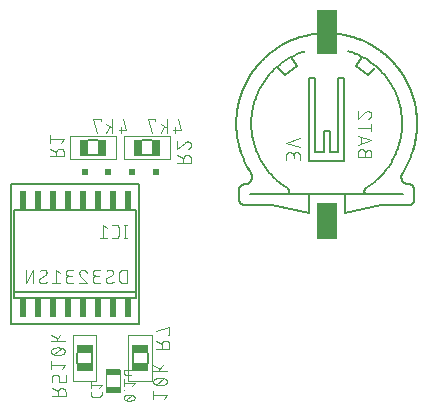
<source format=gbr>
G04 EAGLE Gerber RS-274X export*
G75*
%MOMM*%
%FSLAX34Y34*%
%LPD*%
%INSilkscreen Bottom*%
%IPPOS*%
%AMOC8*
5,1,8,0,0,1.08239X$1,22.5*%
G01*
%ADD10R,0.508000X0.508000*%
%ADD11C,0.199800*%
%ADD12C,0.203200*%
%ADD13R,0.490200X1.519900*%
%ADD14C,0.101600*%
%ADD15C,0.200000*%
%ADD16R,1.800000X3.825000*%
%ADD17R,1.800000X3.125000*%
%ADD18C,0.152400*%
%ADD19C,0.050800*%
%ADD20R,1.400000X0.650000*%
%ADD21R,1.300000X0.500000*%
%ADD22C,0.076200*%
%ADD23R,0.650000X1.400000*%


D10*
X252100Y452800D03*
X272100Y452800D03*
X292100Y452800D03*
X312100Y452800D03*
D11*
X297950Y442000D02*
X190050Y442000D01*
X190050Y324000D02*
X297950Y324000D01*
X297950Y442000D01*
D12*
X295900Y346000D02*
X192100Y346000D01*
X295900Y346000D02*
X295900Y351000D01*
X295900Y420000D01*
X192100Y420000D01*
X192100Y351000D02*
X295900Y351000D01*
X192100Y351000D02*
X192100Y420000D01*
X192100Y351000D02*
X192100Y346000D01*
D11*
X190050Y324000D02*
X190050Y442000D01*
D13*
X288450Y337400D03*
X275750Y337400D03*
X263050Y337400D03*
X250350Y337400D03*
X237650Y337400D03*
X224950Y337400D03*
X212250Y337400D03*
X199550Y337400D03*
X199550Y428601D03*
X212250Y428601D03*
X224950Y428601D03*
X237650Y428601D03*
X250350Y428601D03*
X263050Y428601D03*
X275750Y428601D03*
X288450Y428601D03*
D14*
X286644Y407892D02*
X286644Y396208D01*
X287942Y396208D02*
X285346Y396208D01*
X285346Y407892D02*
X287942Y407892D01*
X278182Y396208D02*
X275586Y396208D01*
X278182Y396208D02*
X278281Y396210D01*
X278381Y396216D01*
X278480Y396225D01*
X278578Y396238D01*
X278676Y396255D01*
X278774Y396276D01*
X278870Y396301D01*
X278965Y396329D01*
X279059Y396361D01*
X279152Y396396D01*
X279244Y396435D01*
X279334Y396478D01*
X279422Y396523D01*
X279509Y396573D01*
X279593Y396625D01*
X279676Y396681D01*
X279756Y396739D01*
X279834Y396801D01*
X279909Y396866D01*
X279982Y396934D01*
X280052Y397004D01*
X280120Y397077D01*
X280185Y397152D01*
X280247Y397230D01*
X280305Y397310D01*
X280361Y397393D01*
X280413Y397477D01*
X280463Y397564D01*
X280508Y397652D01*
X280551Y397742D01*
X280590Y397834D01*
X280625Y397927D01*
X280657Y398021D01*
X280685Y398116D01*
X280710Y398212D01*
X280731Y398310D01*
X280748Y398408D01*
X280761Y398506D01*
X280770Y398605D01*
X280776Y398705D01*
X280778Y398804D01*
X280779Y398804D02*
X280779Y405296D01*
X280778Y405296D02*
X280776Y405395D01*
X280770Y405495D01*
X280761Y405594D01*
X280748Y405692D01*
X280731Y405790D01*
X280710Y405888D01*
X280685Y405984D01*
X280657Y406079D01*
X280625Y406173D01*
X280590Y406266D01*
X280551Y406358D01*
X280508Y406448D01*
X280463Y406536D01*
X280413Y406623D01*
X280361Y406707D01*
X280305Y406790D01*
X280247Y406870D01*
X280185Y406948D01*
X280120Y407023D01*
X280052Y407096D01*
X279982Y407166D01*
X279909Y407234D01*
X279834Y407299D01*
X279756Y407361D01*
X279676Y407419D01*
X279593Y407475D01*
X279509Y407527D01*
X279422Y407577D01*
X279334Y407622D01*
X279244Y407665D01*
X279152Y407704D01*
X279059Y407739D01*
X278965Y407771D01*
X278870Y407799D01*
X278774Y407824D01*
X278676Y407845D01*
X278578Y407862D01*
X278480Y407875D01*
X278381Y407884D01*
X278281Y407890D01*
X278182Y407892D01*
X275586Y407892D01*
X271220Y405296D02*
X267975Y407892D01*
X267975Y396208D01*
X271220Y396208D02*
X264729Y396208D01*
X287942Y369792D02*
X287942Y358108D01*
X287942Y369792D02*
X284696Y369792D01*
X284583Y369790D01*
X284470Y369784D01*
X284357Y369774D01*
X284244Y369760D01*
X284132Y369743D01*
X284021Y369721D01*
X283911Y369696D01*
X283801Y369666D01*
X283693Y369633D01*
X283586Y369596D01*
X283480Y369556D01*
X283376Y369511D01*
X283273Y369463D01*
X283172Y369412D01*
X283073Y369357D01*
X282976Y369299D01*
X282881Y369237D01*
X282788Y369172D01*
X282698Y369104D01*
X282610Y369033D01*
X282524Y368958D01*
X282441Y368881D01*
X282361Y368801D01*
X282284Y368718D01*
X282209Y368632D01*
X282138Y368544D01*
X282070Y368454D01*
X282005Y368361D01*
X281943Y368266D01*
X281885Y368169D01*
X281830Y368070D01*
X281779Y367969D01*
X281731Y367866D01*
X281686Y367762D01*
X281646Y367656D01*
X281609Y367549D01*
X281576Y367441D01*
X281546Y367331D01*
X281521Y367221D01*
X281499Y367110D01*
X281482Y366998D01*
X281468Y366885D01*
X281458Y366772D01*
X281452Y366659D01*
X281450Y366546D01*
X281451Y366546D02*
X281451Y361354D01*
X281450Y361354D02*
X281452Y361241D01*
X281458Y361128D01*
X281468Y361015D01*
X281482Y360902D01*
X281499Y360790D01*
X281521Y360679D01*
X281546Y360569D01*
X281576Y360459D01*
X281609Y360351D01*
X281646Y360244D01*
X281686Y360138D01*
X281731Y360034D01*
X281779Y359931D01*
X281830Y359830D01*
X281885Y359731D01*
X281943Y359634D01*
X282005Y359539D01*
X282070Y359446D01*
X282138Y359356D01*
X282209Y359268D01*
X282284Y359182D01*
X282361Y359099D01*
X282441Y359019D01*
X282524Y358942D01*
X282610Y358867D01*
X282698Y358796D01*
X282788Y358728D01*
X282881Y358663D01*
X282976Y358601D01*
X283073Y358543D01*
X283172Y358488D01*
X283273Y358437D01*
X283376Y358389D01*
X283480Y358344D01*
X283586Y358304D01*
X283693Y358267D01*
X283801Y358234D01*
X283911Y358204D01*
X284021Y358179D01*
X284132Y358157D01*
X284244Y358140D01*
X284357Y358126D01*
X284470Y358116D01*
X284583Y358110D01*
X284696Y358108D01*
X287942Y358108D01*
X272617Y358108D02*
X272518Y358110D01*
X272418Y358116D01*
X272319Y358125D01*
X272221Y358138D01*
X272123Y358155D01*
X272025Y358176D01*
X271929Y358201D01*
X271834Y358229D01*
X271740Y358261D01*
X271647Y358296D01*
X271555Y358335D01*
X271465Y358378D01*
X271377Y358423D01*
X271290Y358473D01*
X271206Y358525D01*
X271123Y358581D01*
X271043Y358639D01*
X270965Y358701D01*
X270890Y358766D01*
X270817Y358834D01*
X270747Y358904D01*
X270679Y358977D01*
X270614Y359052D01*
X270552Y359130D01*
X270494Y359210D01*
X270438Y359293D01*
X270386Y359377D01*
X270336Y359464D01*
X270291Y359552D01*
X270248Y359642D01*
X270209Y359734D01*
X270174Y359827D01*
X270142Y359921D01*
X270114Y360016D01*
X270089Y360112D01*
X270068Y360210D01*
X270051Y360308D01*
X270038Y360406D01*
X270029Y360505D01*
X270023Y360605D01*
X270021Y360704D01*
X272617Y358108D02*
X272761Y358110D01*
X272906Y358116D01*
X273050Y358125D01*
X273193Y358138D01*
X273337Y358155D01*
X273480Y358176D01*
X273622Y358201D01*
X273763Y358229D01*
X273904Y358261D01*
X274044Y358297D01*
X274183Y358336D01*
X274321Y358379D01*
X274457Y358426D01*
X274593Y358476D01*
X274727Y358530D01*
X274859Y358587D01*
X274990Y358648D01*
X275119Y358712D01*
X275247Y358780D01*
X275373Y358851D01*
X275497Y358925D01*
X275618Y359002D01*
X275738Y359083D01*
X275856Y359166D01*
X275971Y359253D01*
X276084Y359343D01*
X276195Y359436D01*
X276303Y359531D01*
X276409Y359630D01*
X276512Y359731D01*
X276187Y367196D02*
X276185Y367295D01*
X276179Y367395D01*
X276170Y367494D01*
X276157Y367592D01*
X276140Y367690D01*
X276119Y367788D01*
X276094Y367884D01*
X276066Y367979D01*
X276034Y368073D01*
X275999Y368166D01*
X275960Y368258D01*
X275917Y368348D01*
X275872Y368436D01*
X275822Y368523D01*
X275770Y368607D01*
X275714Y368690D01*
X275656Y368770D01*
X275594Y368848D01*
X275529Y368923D01*
X275461Y368996D01*
X275391Y369066D01*
X275318Y369134D01*
X275243Y369199D01*
X275165Y369261D01*
X275085Y369319D01*
X275002Y369375D01*
X274918Y369427D01*
X274831Y369477D01*
X274743Y369522D01*
X274653Y369565D01*
X274561Y369604D01*
X274468Y369639D01*
X274374Y369671D01*
X274279Y369699D01*
X274183Y369724D01*
X274085Y369745D01*
X273987Y369762D01*
X273889Y369775D01*
X273790Y369784D01*
X273690Y369790D01*
X273591Y369792D01*
X273455Y369790D01*
X273319Y369784D01*
X273183Y369775D01*
X273047Y369762D01*
X272912Y369744D01*
X272778Y369724D01*
X272644Y369699D01*
X272510Y369671D01*
X272378Y369638D01*
X272247Y369603D01*
X272116Y369563D01*
X271987Y369520D01*
X271859Y369474D01*
X271733Y369423D01*
X271607Y369370D01*
X271484Y369312D01*
X271362Y369252D01*
X271242Y369188D01*
X271123Y369120D01*
X271007Y369050D01*
X270893Y368976D01*
X270780Y368899D01*
X270670Y368818D01*
X274890Y364924D02*
X274976Y364977D01*
X275060Y365034D01*
X275142Y365093D01*
X275222Y365156D01*
X275299Y365222D01*
X275374Y365290D01*
X275446Y365362D01*
X275515Y365436D01*
X275581Y365513D01*
X275644Y365592D01*
X275704Y365674D01*
X275761Y365758D01*
X275815Y365844D01*
X275865Y365932D01*
X275912Y366022D01*
X275956Y366113D01*
X275995Y366207D01*
X276032Y366301D01*
X276064Y366397D01*
X276093Y366495D01*
X276118Y366593D01*
X276139Y366692D01*
X276157Y366792D01*
X276170Y366892D01*
X276180Y366993D01*
X276186Y367095D01*
X276188Y367196D01*
X271319Y362976D02*
X271233Y362923D01*
X271149Y362866D01*
X271067Y362807D01*
X270987Y362744D01*
X270910Y362678D01*
X270835Y362610D01*
X270763Y362538D01*
X270694Y362464D01*
X270628Y362387D01*
X270565Y362308D01*
X270505Y362226D01*
X270448Y362142D01*
X270394Y362056D01*
X270344Y361968D01*
X270297Y361878D01*
X270253Y361787D01*
X270214Y361693D01*
X270177Y361599D01*
X270145Y361503D01*
X270116Y361405D01*
X270091Y361307D01*
X270070Y361208D01*
X270052Y361108D01*
X270039Y361008D01*
X270029Y360907D01*
X270023Y360805D01*
X270021Y360704D01*
X271319Y362976D02*
X274889Y364924D01*
X265463Y358108D02*
X262218Y358108D01*
X262105Y358110D01*
X261992Y358116D01*
X261879Y358126D01*
X261766Y358140D01*
X261654Y358157D01*
X261543Y358179D01*
X261433Y358204D01*
X261323Y358234D01*
X261215Y358267D01*
X261108Y358304D01*
X261002Y358344D01*
X260898Y358389D01*
X260795Y358437D01*
X260694Y358488D01*
X260595Y358543D01*
X260498Y358601D01*
X260403Y358663D01*
X260310Y358728D01*
X260220Y358796D01*
X260132Y358867D01*
X260046Y358942D01*
X259963Y359019D01*
X259883Y359099D01*
X259806Y359182D01*
X259731Y359268D01*
X259660Y359356D01*
X259592Y359446D01*
X259527Y359539D01*
X259465Y359634D01*
X259407Y359731D01*
X259352Y359830D01*
X259301Y359931D01*
X259253Y360034D01*
X259208Y360138D01*
X259168Y360244D01*
X259131Y360351D01*
X259098Y360459D01*
X259068Y360569D01*
X259043Y360679D01*
X259021Y360790D01*
X259004Y360902D01*
X258990Y361015D01*
X258980Y361128D01*
X258974Y361241D01*
X258972Y361354D01*
X258974Y361467D01*
X258980Y361580D01*
X258990Y361693D01*
X259004Y361806D01*
X259021Y361918D01*
X259043Y362029D01*
X259068Y362139D01*
X259098Y362249D01*
X259131Y362357D01*
X259168Y362464D01*
X259208Y362570D01*
X259253Y362674D01*
X259301Y362777D01*
X259352Y362878D01*
X259407Y362977D01*
X259465Y363074D01*
X259527Y363169D01*
X259592Y363262D01*
X259660Y363352D01*
X259731Y363440D01*
X259806Y363526D01*
X259883Y363609D01*
X259963Y363689D01*
X260046Y363766D01*
X260132Y363841D01*
X260220Y363912D01*
X260310Y363980D01*
X260403Y364045D01*
X260498Y364107D01*
X260595Y364165D01*
X260694Y364220D01*
X260795Y364271D01*
X260898Y364319D01*
X261002Y364364D01*
X261108Y364404D01*
X261215Y364441D01*
X261323Y364474D01*
X261433Y364504D01*
X261543Y364529D01*
X261654Y364551D01*
X261766Y364568D01*
X261879Y364582D01*
X261992Y364592D01*
X262105Y364598D01*
X262218Y364600D01*
X261568Y369792D02*
X265463Y369792D01*
X261568Y369792D02*
X261467Y369790D01*
X261367Y369784D01*
X261267Y369774D01*
X261167Y369761D01*
X261068Y369743D01*
X260969Y369722D01*
X260872Y369697D01*
X260775Y369668D01*
X260680Y369635D01*
X260586Y369599D01*
X260494Y369559D01*
X260403Y369516D01*
X260314Y369469D01*
X260227Y369419D01*
X260141Y369365D01*
X260058Y369308D01*
X259978Y369248D01*
X259899Y369185D01*
X259823Y369118D01*
X259750Y369049D01*
X259680Y368977D01*
X259612Y368903D01*
X259547Y368826D01*
X259486Y368746D01*
X259427Y368664D01*
X259372Y368580D01*
X259320Y368494D01*
X259271Y368406D01*
X259226Y368316D01*
X259184Y368224D01*
X259146Y368131D01*
X259112Y368036D01*
X259081Y367941D01*
X259054Y367844D01*
X259031Y367746D01*
X259011Y367647D01*
X258996Y367547D01*
X258984Y367447D01*
X258976Y367347D01*
X258972Y367246D01*
X258972Y367146D01*
X258976Y367045D01*
X258984Y366945D01*
X258996Y366845D01*
X259011Y366745D01*
X259031Y366646D01*
X259054Y366548D01*
X259081Y366451D01*
X259112Y366356D01*
X259146Y366261D01*
X259184Y366168D01*
X259226Y366076D01*
X259271Y365986D01*
X259320Y365898D01*
X259372Y365812D01*
X259427Y365728D01*
X259486Y365646D01*
X259547Y365566D01*
X259612Y365489D01*
X259680Y365415D01*
X259750Y365343D01*
X259823Y365274D01*
X259899Y365207D01*
X259978Y365144D01*
X260058Y365084D01*
X260141Y365027D01*
X260227Y364973D01*
X260314Y364923D01*
X260403Y364876D01*
X260494Y364833D01*
X260586Y364793D01*
X260680Y364757D01*
X260775Y364724D01*
X260872Y364695D01*
X260969Y364670D01*
X261068Y364649D01*
X261167Y364631D01*
X261267Y364618D01*
X261367Y364608D01*
X261467Y364602D01*
X261568Y364600D01*
X261568Y364599D02*
X264165Y364599D01*
X250463Y369792D02*
X250356Y369790D01*
X250250Y369784D01*
X250144Y369774D01*
X250038Y369761D01*
X249932Y369743D01*
X249828Y369722D01*
X249724Y369697D01*
X249621Y369668D01*
X249520Y369636D01*
X249420Y369599D01*
X249321Y369559D01*
X249223Y369516D01*
X249127Y369469D01*
X249033Y369418D01*
X248941Y369364D01*
X248851Y369307D01*
X248763Y369247D01*
X248678Y369183D01*
X248595Y369116D01*
X248514Y369046D01*
X248436Y368974D01*
X248360Y368898D01*
X248288Y368820D01*
X248218Y368739D01*
X248151Y368656D01*
X248087Y368571D01*
X248027Y368483D01*
X247970Y368393D01*
X247916Y368301D01*
X247865Y368207D01*
X247818Y368111D01*
X247775Y368013D01*
X247735Y367914D01*
X247698Y367814D01*
X247666Y367713D01*
X247637Y367610D01*
X247612Y367506D01*
X247591Y367402D01*
X247573Y367296D01*
X247560Y367190D01*
X247550Y367084D01*
X247544Y366978D01*
X247542Y366871D01*
X250463Y369792D02*
X250584Y369790D01*
X250705Y369784D01*
X250825Y369774D01*
X250946Y369761D01*
X251065Y369743D01*
X251185Y369722D01*
X251303Y369697D01*
X251420Y369668D01*
X251537Y369635D01*
X251652Y369599D01*
X251766Y369558D01*
X251879Y369515D01*
X251991Y369467D01*
X252100Y369416D01*
X252208Y369361D01*
X252315Y369303D01*
X252419Y369242D01*
X252521Y369177D01*
X252621Y369109D01*
X252719Y369038D01*
X252815Y368964D01*
X252908Y368887D01*
X252998Y368806D01*
X253086Y368723D01*
X253171Y368637D01*
X253254Y368548D01*
X253333Y368457D01*
X253410Y368363D01*
X253483Y368267D01*
X253553Y368169D01*
X253620Y368068D01*
X253684Y367965D01*
X253745Y367860D01*
X253802Y367753D01*
X253855Y367645D01*
X253905Y367535D01*
X253951Y367423D01*
X253994Y367310D01*
X254033Y367195D01*
X248516Y364599D02*
X248437Y364677D01*
X248361Y364757D01*
X248288Y364840D01*
X248218Y364926D01*
X248151Y365013D01*
X248087Y365104D01*
X248027Y365196D01*
X247969Y365290D01*
X247915Y365387D01*
X247865Y365485D01*
X247818Y365585D01*
X247774Y365686D01*
X247734Y365789D01*
X247698Y365894D01*
X247666Y365999D01*
X247637Y366106D01*
X247612Y366213D01*
X247590Y366322D01*
X247573Y366431D01*
X247559Y366540D01*
X247550Y366650D01*
X247544Y366761D01*
X247542Y366871D01*
X248516Y364599D02*
X254033Y358108D01*
X247542Y358108D01*
X242603Y358108D02*
X239358Y358108D01*
X239245Y358110D01*
X239132Y358116D01*
X239019Y358126D01*
X238906Y358140D01*
X238794Y358157D01*
X238683Y358179D01*
X238573Y358204D01*
X238463Y358234D01*
X238355Y358267D01*
X238248Y358304D01*
X238142Y358344D01*
X238038Y358389D01*
X237935Y358437D01*
X237834Y358488D01*
X237735Y358543D01*
X237638Y358601D01*
X237543Y358663D01*
X237450Y358728D01*
X237360Y358796D01*
X237272Y358867D01*
X237186Y358942D01*
X237103Y359019D01*
X237023Y359099D01*
X236946Y359182D01*
X236871Y359268D01*
X236800Y359356D01*
X236732Y359446D01*
X236667Y359539D01*
X236605Y359634D01*
X236547Y359731D01*
X236492Y359830D01*
X236441Y359931D01*
X236393Y360034D01*
X236348Y360138D01*
X236308Y360244D01*
X236271Y360351D01*
X236238Y360459D01*
X236208Y360569D01*
X236183Y360679D01*
X236161Y360790D01*
X236144Y360902D01*
X236130Y361015D01*
X236120Y361128D01*
X236114Y361241D01*
X236112Y361354D01*
X236114Y361467D01*
X236120Y361580D01*
X236130Y361693D01*
X236144Y361806D01*
X236161Y361918D01*
X236183Y362029D01*
X236208Y362139D01*
X236238Y362249D01*
X236271Y362357D01*
X236308Y362464D01*
X236348Y362570D01*
X236393Y362674D01*
X236441Y362777D01*
X236492Y362878D01*
X236547Y362977D01*
X236605Y363074D01*
X236667Y363169D01*
X236732Y363262D01*
X236800Y363352D01*
X236871Y363440D01*
X236946Y363526D01*
X237023Y363609D01*
X237103Y363689D01*
X237186Y363766D01*
X237272Y363841D01*
X237360Y363912D01*
X237450Y363980D01*
X237543Y364045D01*
X237638Y364107D01*
X237735Y364165D01*
X237834Y364220D01*
X237935Y364271D01*
X238038Y364319D01*
X238142Y364364D01*
X238248Y364404D01*
X238355Y364441D01*
X238463Y364474D01*
X238573Y364504D01*
X238683Y364529D01*
X238794Y364551D01*
X238906Y364568D01*
X239019Y364582D01*
X239132Y364592D01*
X239245Y364598D01*
X239358Y364600D01*
X238708Y369792D02*
X242603Y369792D01*
X238708Y369792D02*
X238607Y369790D01*
X238507Y369784D01*
X238407Y369774D01*
X238307Y369761D01*
X238208Y369743D01*
X238109Y369722D01*
X238012Y369697D01*
X237915Y369668D01*
X237820Y369635D01*
X237726Y369599D01*
X237634Y369559D01*
X237543Y369516D01*
X237454Y369469D01*
X237367Y369419D01*
X237281Y369365D01*
X237198Y369308D01*
X237118Y369248D01*
X237039Y369185D01*
X236963Y369118D01*
X236890Y369049D01*
X236820Y368977D01*
X236752Y368903D01*
X236687Y368826D01*
X236626Y368746D01*
X236567Y368664D01*
X236512Y368580D01*
X236460Y368494D01*
X236411Y368406D01*
X236366Y368316D01*
X236324Y368224D01*
X236286Y368131D01*
X236252Y368036D01*
X236221Y367941D01*
X236194Y367844D01*
X236171Y367746D01*
X236151Y367647D01*
X236136Y367547D01*
X236124Y367447D01*
X236116Y367347D01*
X236112Y367246D01*
X236112Y367146D01*
X236116Y367045D01*
X236124Y366945D01*
X236136Y366845D01*
X236151Y366745D01*
X236171Y366646D01*
X236194Y366548D01*
X236221Y366451D01*
X236252Y366356D01*
X236286Y366261D01*
X236324Y366168D01*
X236366Y366076D01*
X236411Y365986D01*
X236460Y365898D01*
X236512Y365812D01*
X236567Y365728D01*
X236626Y365646D01*
X236687Y365566D01*
X236752Y365489D01*
X236820Y365415D01*
X236890Y365343D01*
X236963Y365274D01*
X237039Y365207D01*
X237118Y365144D01*
X237198Y365084D01*
X237281Y365027D01*
X237367Y364973D01*
X237454Y364923D01*
X237543Y364876D01*
X237634Y364833D01*
X237726Y364793D01*
X237820Y364757D01*
X237915Y364724D01*
X238012Y364695D01*
X238109Y364670D01*
X238208Y364649D01*
X238307Y364631D01*
X238407Y364618D01*
X238507Y364608D01*
X238607Y364602D01*
X238708Y364600D01*
X238708Y364599D02*
X241305Y364599D01*
X231173Y367196D02*
X227928Y369792D01*
X227928Y358108D01*
X231173Y358108D02*
X224682Y358108D01*
X216230Y358108D02*
X216131Y358110D01*
X216031Y358116D01*
X215932Y358125D01*
X215834Y358138D01*
X215736Y358155D01*
X215638Y358176D01*
X215542Y358201D01*
X215447Y358229D01*
X215353Y358261D01*
X215260Y358296D01*
X215168Y358335D01*
X215078Y358378D01*
X214990Y358423D01*
X214903Y358473D01*
X214819Y358525D01*
X214736Y358581D01*
X214656Y358639D01*
X214578Y358701D01*
X214503Y358766D01*
X214430Y358834D01*
X214360Y358904D01*
X214292Y358977D01*
X214227Y359052D01*
X214165Y359130D01*
X214107Y359210D01*
X214051Y359293D01*
X213999Y359377D01*
X213949Y359464D01*
X213904Y359552D01*
X213861Y359642D01*
X213822Y359734D01*
X213787Y359827D01*
X213755Y359921D01*
X213727Y360016D01*
X213702Y360112D01*
X213681Y360210D01*
X213664Y360308D01*
X213651Y360406D01*
X213642Y360505D01*
X213636Y360605D01*
X213634Y360704D01*
X216230Y358108D02*
X216374Y358110D01*
X216519Y358116D01*
X216663Y358125D01*
X216806Y358138D01*
X216950Y358155D01*
X217093Y358176D01*
X217235Y358201D01*
X217376Y358229D01*
X217517Y358261D01*
X217657Y358297D01*
X217796Y358336D01*
X217934Y358379D01*
X218070Y358426D01*
X218206Y358476D01*
X218340Y358530D01*
X218472Y358587D01*
X218603Y358648D01*
X218732Y358712D01*
X218860Y358780D01*
X218986Y358851D01*
X219110Y358925D01*
X219231Y359002D01*
X219351Y359083D01*
X219469Y359166D01*
X219584Y359253D01*
X219697Y359343D01*
X219808Y359436D01*
X219916Y359531D01*
X220022Y359630D01*
X220125Y359731D01*
X219799Y367196D02*
X219797Y367295D01*
X219791Y367395D01*
X219782Y367494D01*
X219769Y367592D01*
X219752Y367690D01*
X219731Y367788D01*
X219706Y367884D01*
X219678Y367979D01*
X219646Y368073D01*
X219611Y368166D01*
X219572Y368258D01*
X219529Y368348D01*
X219484Y368436D01*
X219434Y368523D01*
X219382Y368607D01*
X219326Y368690D01*
X219268Y368770D01*
X219206Y368848D01*
X219141Y368923D01*
X219073Y368996D01*
X219003Y369066D01*
X218930Y369134D01*
X218855Y369199D01*
X218777Y369261D01*
X218697Y369319D01*
X218614Y369375D01*
X218530Y369427D01*
X218443Y369477D01*
X218355Y369522D01*
X218265Y369565D01*
X218173Y369604D01*
X218080Y369639D01*
X217986Y369671D01*
X217891Y369699D01*
X217795Y369724D01*
X217697Y369745D01*
X217599Y369762D01*
X217501Y369775D01*
X217402Y369784D01*
X217302Y369790D01*
X217203Y369792D01*
X217067Y369790D01*
X216931Y369784D01*
X216795Y369775D01*
X216659Y369762D01*
X216524Y369744D01*
X216390Y369724D01*
X216256Y369699D01*
X216122Y369671D01*
X215990Y369638D01*
X215859Y369603D01*
X215728Y369563D01*
X215599Y369520D01*
X215471Y369474D01*
X215345Y369423D01*
X215219Y369370D01*
X215096Y369312D01*
X214974Y369252D01*
X214854Y369188D01*
X214735Y369120D01*
X214619Y369050D01*
X214505Y368976D01*
X214392Y368899D01*
X214282Y368818D01*
X218502Y364924D02*
X218588Y364977D01*
X218672Y365034D01*
X218754Y365093D01*
X218834Y365156D01*
X218911Y365222D01*
X218986Y365290D01*
X219058Y365362D01*
X219127Y365436D01*
X219193Y365513D01*
X219256Y365592D01*
X219316Y365674D01*
X219373Y365758D01*
X219427Y365844D01*
X219477Y365932D01*
X219524Y366022D01*
X219568Y366113D01*
X219607Y366207D01*
X219644Y366301D01*
X219676Y366397D01*
X219705Y366495D01*
X219730Y366593D01*
X219751Y366692D01*
X219769Y366792D01*
X219782Y366892D01*
X219792Y366993D01*
X219798Y367095D01*
X219800Y367196D01*
X214931Y362976D02*
X214845Y362923D01*
X214761Y362866D01*
X214679Y362807D01*
X214599Y362744D01*
X214522Y362678D01*
X214447Y362610D01*
X214375Y362538D01*
X214306Y362464D01*
X214240Y362387D01*
X214177Y362308D01*
X214117Y362226D01*
X214060Y362142D01*
X214006Y362056D01*
X213956Y361968D01*
X213909Y361878D01*
X213865Y361787D01*
X213826Y361693D01*
X213789Y361599D01*
X213757Y361503D01*
X213728Y361405D01*
X213703Y361307D01*
X213682Y361208D01*
X213664Y361108D01*
X213651Y361008D01*
X213641Y360907D01*
X213635Y360805D01*
X213633Y360704D01*
X214931Y362976D02*
X218501Y364924D01*
X208694Y369792D02*
X208694Y358108D01*
X202203Y358108D02*
X208694Y369792D01*
X202203Y369792D02*
X202203Y358108D01*
D15*
X521239Y451950D02*
X522227Y453521D01*
X523177Y455116D01*
X524087Y456734D01*
X524959Y458373D01*
X525790Y460033D01*
X526581Y461713D01*
X527330Y463411D01*
X528039Y465127D01*
X528705Y466860D01*
X529329Y468608D01*
X529911Y470371D01*
X530449Y472148D01*
X530945Y473937D01*
X531396Y475738D01*
X531804Y477549D01*
X532168Y479369D01*
X532488Y481198D01*
X532763Y483034D01*
X532993Y484876D01*
X533179Y486723D01*
X533320Y488574D01*
X533415Y490428D01*
X533466Y492284D01*
X533472Y494140D01*
X533433Y495996D01*
X533348Y497851D01*
X533219Y499703D01*
X533045Y501551D01*
X532826Y503395D01*
X532562Y505232D01*
X532254Y507063D01*
X531901Y508886D01*
X531504Y510699D01*
X531064Y512503D01*
X530580Y514295D01*
X530052Y516075D01*
X529481Y517841D01*
X528868Y519593D01*
X528212Y521330D01*
X527515Y523051D01*
X526776Y524754D01*
X525995Y526438D01*
X525175Y528103D01*
X524313Y529748D01*
X523413Y531371D01*
X522473Y532972D01*
X521494Y534550D01*
X520478Y536103D01*
X519424Y537631D01*
X518333Y539134D01*
X517207Y540609D01*
X516044Y542057D01*
X514847Y543476D01*
X513616Y544865D01*
X512352Y546224D01*
X511055Y547553D01*
X509726Y548849D01*
X508366Y550112D01*
X506975Y551343D01*
X505556Y552539D01*
X504107Y553700D01*
X502631Y554826D01*
X501128Y555916D01*
X499599Y556969D01*
X498045Y557984D01*
X496467Y558962D01*
X494865Y559900D01*
X493242Y560800D01*
X491596Y561660D01*
X489931Y562480D01*
X488246Y563259D01*
X486542Y563997D01*
X484822Y564694D01*
X483084Y565349D01*
X481332Y565961D01*
X479565Y566530D01*
X477785Y567057D01*
X475992Y567540D01*
X474188Y567979D01*
X472375Y568375D01*
X441625Y568375D02*
X439810Y567982D01*
X438004Y567545D01*
X436210Y567065D01*
X434428Y566541D01*
X432659Y565974D01*
X430904Y565364D01*
X429165Y564711D01*
X427442Y564017D01*
X425737Y563280D01*
X424050Y562503D01*
X422382Y561685D01*
X420735Y560826D01*
X419109Y559928D01*
X417506Y558990D01*
X415925Y558014D01*
X414369Y556999D01*
X412838Y555947D01*
X411333Y554858D01*
X409855Y553733D01*
X408405Y552573D01*
X406984Y551377D01*
X405592Y550147D01*
X404230Y548884D01*
X402899Y547588D01*
X401600Y546259D01*
X400334Y544900D01*
X399102Y543511D01*
X397903Y542091D01*
X396740Y540644D01*
X395611Y539168D01*
X394520Y537665D01*
X393465Y536136D01*
X392447Y534582D01*
X391468Y533004D01*
X390527Y531402D01*
X389625Y529778D01*
X388763Y528133D01*
X387942Y526467D01*
X387161Y524781D01*
X386421Y523077D01*
X385723Y521356D01*
X385067Y519618D01*
X384454Y517865D01*
X383883Y516097D01*
X383356Y514316D01*
X382871Y512522D01*
X382431Y510718D01*
X382035Y508903D01*
X381683Y507079D01*
X381375Y505247D01*
X381112Y503409D01*
X380894Y501564D01*
X380720Y499714D01*
X380592Y497861D01*
X380509Y496006D01*
X380471Y494148D01*
X380478Y492291D01*
X380530Y490434D01*
X380627Y488579D01*
X380770Y486727D01*
X380957Y484879D01*
X381189Y483036D01*
X381466Y481199D01*
X381788Y479370D01*
X382154Y477549D01*
X382564Y475737D01*
X383018Y473936D01*
X383516Y472146D01*
X384057Y470369D01*
X384641Y468606D01*
X385268Y466857D01*
X385937Y465124D01*
X386648Y463408D01*
X387400Y461710D01*
X388194Y460031D01*
X389028Y458371D01*
X389903Y456732D01*
X390817Y455115D01*
X391770Y453520D01*
X392761Y451949D01*
X392761Y451950D02*
X391761Y453537D01*
X390800Y455148D01*
X389879Y456783D01*
X388998Y458439D01*
X388158Y460117D01*
X387360Y461815D01*
X386603Y463531D01*
X385889Y465266D01*
X385217Y467018D01*
X384589Y468786D01*
X384004Y470568D01*
X383463Y472365D01*
X382966Y474174D01*
X382514Y475994D01*
X382106Y477826D01*
X381744Y479667D01*
X381426Y481516D01*
X381154Y483372D01*
X380928Y485234D01*
X380748Y487102D01*
X380613Y488973D01*
X380524Y490847D01*
X380481Y492723D01*
X380484Y494599D01*
X380534Y496474D01*
X380629Y498348D01*
X380770Y500219D01*
X380957Y502085D01*
X381189Y503947D01*
X381467Y505802D01*
X381791Y507650D01*
X382159Y509490D01*
X382573Y511320D01*
X383032Y513139D01*
X383534Y514946D01*
X384081Y516741D01*
X384672Y518522D01*
X385307Y520287D01*
X385984Y522037D01*
X386704Y523769D01*
X387467Y525483D01*
X388271Y527178D01*
X389116Y528853D01*
X390003Y530507D01*
X390929Y532138D01*
X391896Y533746D01*
X392901Y535330D01*
X393945Y536889D01*
X395027Y538422D01*
X396146Y539927D01*
X397302Y541405D01*
X398493Y542854D01*
X399720Y544274D01*
X400981Y545663D01*
X402276Y547021D01*
X403603Y548346D01*
X404963Y549639D01*
X406354Y550897D01*
X407776Y552122D01*
X409227Y553311D01*
X410707Y554464D01*
X412215Y555581D01*
X413749Y556660D01*
X415310Y557701D01*
X416895Y558704D01*
X418505Y559668D01*
X420138Y560591D01*
X421793Y561475D01*
X423469Y562318D01*
X425166Y563119D01*
X426881Y563878D01*
X428615Y564596D01*
X430365Y565270D01*
X432132Y565902D01*
X433914Y566489D01*
X435709Y567033D01*
X437517Y567533D01*
X439337Y567989D01*
X441168Y568399D01*
X443008Y568765D01*
X444857Y569085D01*
X446712Y569360D01*
X448574Y569590D01*
X450442Y569773D01*
X452313Y569911D01*
X454186Y570003D01*
X456062Y570049D01*
X457938Y570049D01*
X459814Y570003D01*
X461687Y569911D01*
X463558Y569773D01*
X465426Y569590D01*
X467288Y569360D01*
X469143Y569085D01*
X470992Y568765D01*
X472832Y568399D01*
X474663Y567989D01*
X476483Y567533D01*
X478291Y567033D01*
X480086Y566489D01*
X481868Y565902D01*
X483635Y565270D01*
X485385Y564596D01*
X487119Y563878D01*
X488834Y563119D01*
X490531Y562318D01*
X492207Y561475D01*
X493862Y560591D01*
X495495Y559668D01*
X497105Y558704D01*
X498690Y557701D01*
X500251Y556660D01*
X501785Y555581D01*
X503293Y554464D01*
X504773Y553311D01*
X506224Y552122D01*
X507646Y550897D01*
X509037Y549639D01*
X510397Y548346D01*
X511724Y547021D01*
X513019Y545663D01*
X514280Y544274D01*
X515507Y542854D01*
X516698Y541405D01*
X517854Y539927D01*
X518973Y538422D01*
X520055Y536889D01*
X521099Y535330D01*
X522104Y533746D01*
X523071Y532138D01*
X523997Y530507D01*
X524884Y528853D01*
X525729Y527178D01*
X526533Y525483D01*
X527296Y523769D01*
X528016Y522037D01*
X528693Y520287D01*
X529328Y518522D01*
X529919Y516741D01*
X530466Y514946D01*
X530968Y513139D01*
X531427Y511320D01*
X531841Y509490D01*
X532209Y507650D01*
X532533Y505802D01*
X532811Y503947D01*
X533043Y502085D01*
X533230Y500219D01*
X533371Y498348D01*
X533466Y496474D01*
X533516Y494599D01*
X533519Y492723D01*
X533476Y490847D01*
X533387Y488973D01*
X533252Y487102D01*
X533072Y485234D01*
X532846Y483372D01*
X532574Y481516D01*
X532256Y479667D01*
X531894Y477826D01*
X531486Y475994D01*
X531034Y474174D01*
X530537Y472365D01*
X529996Y470568D01*
X529411Y468786D01*
X528783Y467018D01*
X528111Y465266D01*
X527397Y463531D01*
X526640Y461815D01*
X525842Y460117D01*
X525002Y458439D01*
X524121Y456783D01*
X523200Y455148D01*
X522239Y453537D01*
X521239Y451950D01*
X521154Y451815D01*
X521072Y451678D01*
X520994Y451539D01*
X520920Y451399D01*
X520849Y451256D01*
X520781Y451112D01*
X520717Y450966D01*
X520657Y450818D01*
X520600Y450669D01*
X520547Y450519D01*
X520498Y450368D01*
X520452Y450215D01*
X520410Y450061D01*
X520372Y449907D01*
X520338Y449751D01*
X520308Y449595D01*
X520281Y449437D01*
X520259Y449280D01*
X520240Y449121D01*
X520225Y448963D01*
X520214Y448804D01*
X520207Y448645D01*
X520204Y448485D01*
X520205Y448326D01*
X520210Y448167D01*
X520219Y448008D01*
X520231Y447849D01*
X520248Y447690D01*
X520268Y447532D01*
X520292Y447375D01*
X520321Y447218D01*
X520353Y447062D01*
X520389Y446907D01*
X520428Y446752D01*
X520472Y446599D01*
X520519Y446447D01*
X520570Y446296D01*
X520625Y446146D01*
X520683Y445998D01*
X520745Y445851D01*
X520811Y445706D01*
X520880Y445562D01*
X520952Y445421D01*
X521029Y445281D01*
X521108Y445143D01*
X521191Y445007D01*
X521277Y444873D01*
X521367Y444741D01*
X521460Y444611D01*
X521556Y444484D01*
X521655Y444359D01*
X521757Y444237D01*
X521862Y444117D01*
X521970Y444000D01*
X522081Y443885D01*
X522194Y443774D01*
X522310Y443665D01*
X522429Y443559D01*
X522551Y443456D01*
X522675Y443356D01*
X522802Y443259D01*
X522930Y443165D01*
X523061Y443075D01*
X523195Y442987D01*
X523330Y442903D01*
X523468Y442823D01*
X523607Y442745D01*
X523748Y442672D01*
X523891Y442601D01*
X524036Y442535D01*
X524182Y442471D01*
X524330Y442412D01*
X524479Y442356D01*
X524630Y442304D01*
X524782Y442255D01*
X524934Y442211D01*
X525088Y442170D01*
X525243Y442133D01*
X525399Y442099D01*
X525556Y442070D01*
X525713Y442044D01*
X525871Y442023D01*
X526029Y442005D01*
X526188Y441991D01*
X526347Y441981D01*
X526506Y441975D01*
X526666Y441973D01*
X526825Y441975D01*
X526953Y441976D01*
X527082Y441973D01*
X527210Y441967D01*
X527338Y441956D01*
X527466Y441942D01*
X527593Y441924D01*
X527720Y441902D01*
X527846Y441876D01*
X527971Y441847D01*
X528095Y441814D01*
X528218Y441777D01*
X528340Y441736D01*
X528461Y441692D01*
X528580Y441644D01*
X528698Y441593D01*
X528814Y441538D01*
X528929Y441480D01*
X529041Y441418D01*
X529152Y441353D01*
X529261Y441285D01*
X529368Y441213D01*
X529472Y441138D01*
X529574Y441061D01*
X529674Y440980D01*
X529772Y440896D01*
X529867Y440809D01*
X529959Y440720D01*
X530048Y440628D01*
X530135Y440533D01*
X530219Y440435D01*
X530300Y440335D01*
X530377Y440233D01*
X530452Y440129D01*
X530524Y440022D01*
X530592Y439913D01*
X530657Y439802D01*
X530719Y439690D01*
X530777Y439575D01*
X530832Y439459D01*
X530883Y439341D01*
X530931Y439222D01*
X530975Y439101D01*
X531016Y438979D01*
X531053Y438856D01*
X531086Y438732D01*
X531115Y438607D01*
X531141Y438481D01*
X531163Y438354D01*
X531181Y438227D01*
X531195Y438099D01*
X531206Y437971D01*
X531212Y437843D01*
X531215Y437714D01*
X531214Y437586D01*
X531214Y429606D01*
X531212Y429463D01*
X531206Y429321D01*
X531196Y429179D01*
X531183Y429037D01*
X531165Y428895D01*
X531144Y428754D01*
X531119Y428614D01*
X531089Y428474D01*
X531056Y428336D01*
X531020Y428198D01*
X530979Y428061D01*
X530935Y427926D01*
X530887Y427791D01*
X530836Y427659D01*
X530780Y427527D01*
X530722Y427397D01*
X530659Y427269D01*
X530594Y427142D01*
X530524Y427018D01*
X530452Y426895D01*
X530376Y426774D01*
X530296Y426656D01*
X530214Y426540D01*
X530128Y426426D01*
X530040Y426314D01*
X529948Y426205D01*
X529853Y426098D01*
X529756Y425994D01*
X529655Y425893D01*
X529552Y425795D01*
X529446Y425699D01*
X529338Y425607D01*
X529227Y425517D01*
X529114Y425430D01*
X528998Y425347D01*
X528880Y425267D01*
X528760Y425190D01*
X528638Y425116D01*
X528514Y425046D01*
X528388Y424979D01*
X528260Y424916D01*
X528131Y424856D01*
X528000Y424800D01*
X527867Y424747D01*
X527734Y424698D01*
X527598Y424653D01*
X527462Y424611D01*
X527325Y424573D01*
X527186Y424539D01*
X527047Y424509D01*
X526907Y424482D01*
X526766Y424460D01*
X526625Y424441D01*
X526483Y424426D01*
X526341Y424415D01*
X526198Y424408D01*
X526056Y424405D01*
X525913Y424406D01*
X525771Y424411D01*
X525628Y424419D01*
X502885Y424419D01*
X472215Y417636D01*
X472215Y433596D01*
X392761Y451950D02*
X392846Y451815D01*
X392928Y451678D01*
X393006Y451539D01*
X393080Y451399D01*
X393151Y451256D01*
X393219Y451112D01*
X393283Y450966D01*
X393343Y450818D01*
X393400Y450669D01*
X393453Y450519D01*
X393502Y450368D01*
X393548Y450215D01*
X393590Y450061D01*
X393628Y449907D01*
X393662Y449751D01*
X393692Y449595D01*
X393719Y449437D01*
X393741Y449280D01*
X393760Y449121D01*
X393775Y448963D01*
X393786Y448804D01*
X393793Y448645D01*
X393796Y448485D01*
X393795Y448326D01*
X393790Y448167D01*
X393781Y448008D01*
X393769Y447849D01*
X393752Y447690D01*
X393732Y447532D01*
X393708Y447375D01*
X393679Y447218D01*
X393647Y447062D01*
X393611Y446907D01*
X393572Y446752D01*
X393528Y446599D01*
X393481Y446447D01*
X393430Y446296D01*
X393375Y446146D01*
X393317Y445998D01*
X393255Y445851D01*
X393189Y445706D01*
X393120Y445562D01*
X393048Y445421D01*
X392971Y445281D01*
X392892Y445143D01*
X392809Y445007D01*
X392723Y444873D01*
X392633Y444741D01*
X392540Y444611D01*
X392444Y444484D01*
X392345Y444359D01*
X392243Y444237D01*
X392138Y444117D01*
X392030Y444000D01*
X391919Y443885D01*
X391806Y443774D01*
X391690Y443665D01*
X391571Y443559D01*
X391449Y443456D01*
X391325Y443356D01*
X391198Y443259D01*
X391070Y443165D01*
X390939Y443075D01*
X390805Y442987D01*
X390670Y442903D01*
X390532Y442823D01*
X390393Y442745D01*
X390252Y442672D01*
X390109Y442601D01*
X389964Y442535D01*
X389818Y442471D01*
X389670Y442412D01*
X389521Y442356D01*
X389370Y442304D01*
X389218Y442255D01*
X389066Y442211D01*
X388912Y442170D01*
X388757Y442133D01*
X388601Y442099D01*
X388444Y442070D01*
X388287Y442044D01*
X388129Y442023D01*
X387971Y442005D01*
X387812Y441991D01*
X387653Y441981D01*
X387494Y441975D01*
X387334Y441973D01*
X387175Y441975D01*
X387047Y441976D01*
X386918Y441973D01*
X386790Y441967D01*
X386662Y441956D01*
X386534Y441942D01*
X386407Y441924D01*
X386280Y441902D01*
X386154Y441876D01*
X386029Y441847D01*
X385905Y441814D01*
X385782Y441777D01*
X385660Y441736D01*
X385539Y441692D01*
X385420Y441644D01*
X385302Y441593D01*
X385186Y441538D01*
X385071Y441480D01*
X384959Y441418D01*
X384848Y441353D01*
X384739Y441285D01*
X384632Y441213D01*
X384528Y441138D01*
X384426Y441061D01*
X384326Y440980D01*
X384228Y440896D01*
X384133Y440809D01*
X384041Y440720D01*
X383952Y440628D01*
X383865Y440533D01*
X383781Y440435D01*
X383700Y440335D01*
X383623Y440233D01*
X383548Y440129D01*
X383476Y440022D01*
X383408Y439913D01*
X383343Y439802D01*
X383281Y439690D01*
X383223Y439575D01*
X383168Y439459D01*
X383117Y439341D01*
X383069Y439222D01*
X383025Y439101D01*
X382984Y438979D01*
X382947Y438856D01*
X382914Y438732D01*
X382885Y438607D01*
X382859Y438481D01*
X382837Y438354D01*
X382819Y438227D01*
X382805Y438099D01*
X382794Y437971D01*
X382788Y437843D01*
X382785Y437714D01*
X382786Y437586D01*
X382786Y429606D01*
X382788Y429463D01*
X382794Y429321D01*
X382804Y429179D01*
X382817Y429037D01*
X382835Y428895D01*
X382856Y428754D01*
X382881Y428614D01*
X382911Y428474D01*
X382944Y428336D01*
X382980Y428198D01*
X383021Y428061D01*
X383065Y427926D01*
X383113Y427791D01*
X383164Y427659D01*
X383220Y427527D01*
X383278Y427397D01*
X383341Y427269D01*
X383406Y427142D01*
X383476Y427018D01*
X383548Y426895D01*
X383624Y426774D01*
X383704Y426656D01*
X383786Y426540D01*
X383872Y426426D01*
X383960Y426314D01*
X384052Y426205D01*
X384147Y426098D01*
X384244Y425994D01*
X384345Y425893D01*
X384448Y425795D01*
X384554Y425699D01*
X384662Y425607D01*
X384773Y425517D01*
X384886Y425430D01*
X385002Y425347D01*
X385120Y425267D01*
X385240Y425190D01*
X385362Y425116D01*
X385486Y425046D01*
X385612Y424979D01*
X385740Y424916D01*
X385869Y424856D01*
X386000Y424800D01*
X386133Y424747D01*
X386266Y424698D01*
X386402Y424653D01*
X386538Y424611D01*
X386675Y424573D01*
X386814Y424539D01*
X386953Y424509D01*
X387093Y424482D01*
X387234Y424460D01*
X387375Y424441D01*
X387517Y424426D01*
X387659Y424415D01*
X387802Y424408D01*
X387944Y424405D01*
X388087Y424406D01*
X388229Y424411D01*
X388372Y424419D01*
X411115Y424419D01*
X441785Y417636D01*
X441785Y433596D01*
X392000Y433596D02*
X522000Y433596D01*
X490117Y438783D02*
X491446Y439617D01*
X492754Y440482D01*
X494040Y441379D01*
X495304Y442308D01*
X496545Y443267D01*
X497762Y444256D01*
X498955Y445274D01*
X500122Y446322D01*
X501263Y447397D01*
X502378Y448500D01*
X503465Y449631D01*
X504525Y450787D01*
X505556Y451969D01*
X506557Y453176D01*
X507529Y454407D01*
X508471Y455661D01*
X509381Y456938D01*
X510260Y458237D01*
X511107Y459557D01*
X511921Y460897D01*
X512703Y462257D01*
X513451Y463635D01*
X514165Y465032D01*
X514844Y466445D01*
X515489Y467875D01*
X516099Y469320D01*
X516673Y470779D01*
X517212Y472252D01*
X517714Y473738D01*
X518180Y475235D01*
X518608Y476744D01*
X519000Y478262D01*
X519355Y479790D01*
X519672Y481326D01*
X519952Y482869D01*
X520194Y484419D01*
X520397Y485974D01*
X520563Y487533D01*
X520691Y489096D01*
X520780Y490662D01*
X520831Y492230D01*
X520843Y493798D01*
X520818Y495366D01*
X520754Y496933D01*
X520651Y498498D01*
X520511Y500060D01*
X520332Y501618D01*
X520115Y503172D01*
X519860Y504719D01*
X519568Y506260D01*
X519238Y507793D01*
X518870Y509318D01*
X518465Y510833D01*
X518024Y512338D01*
X517546Y513831D01*
X517031Y515313D01*
X516480Y516781D01*
X515894Y518236D01*
X515272Y519676D01*
X514615Y521100D01*
X513924Y522507D01*
X513198Y523898D01*
X512439Y525270D01*
X511646Y526623D01*
X510820Y527956D01*
X509962Y529269D01*
X509072Y530561D01*
X508151Y531830D01*
X507199Y533076D01*
X506217Y534299D01*
X505205Y535497D01*
X504165Y536671D01*
X503095Y537818D01*
X501999Y538939D01*
X500875Y540033D01*
X499724Y541099D01*
X498548Y542136D01*
X497347Y543145D01*
X496122Y544124D01*
X494873Y545072D01*
X493601Y545990D01*
X492307Y546876D01*
X490992Y547731D01*
X489656Y548553D01*
X488301Y549342D01*
X486927Y550098D01*
X485535Y550820D01*
X484125Y551507D01*
X482699Y552160D01*
X481258Y552778D01*
X479802Y553361D01*
X478332Y553908D01*
X476849Y554418D01*
X475354Y554893D01*
X439045Y554893D02*
X437559Y554434D01*
X436084Y553939D01*
X434622Y553409D01*
X433173Y552843D01*
X431738Y552243D01*
X430319Y551607D01*
X428915Y550938D01*
X427528Y550234D01*
X426158Y549497D01*
X424807Y548727D01*
X423475Y547924D01*
X422162Y547089D01*
X420871Y546223D01*
X419600Y545325D01*
X418352Y544397D01*
X417127Y543439D01*
X415926Y542452D01*
X414748Y541435D01*
X413596Y540390D01*
X412470Y539318D01*
X411370Y538218D01*
X410297Y537092D01*
X409251Y535941D01*
X408234Y534764D01*
X407246Y533563D01*
X406287Y532338D01*
X405358Y531091D01*
X404460Y529821D01*
X403593Y528530D01*
X402758Y527218D01*
X401954Y525886D01*
X401184Y524535D01*
X400446Y523166D01*
X399742Y521779D01*
X399071Y520375D01*
X398435Y518956D01*
X397834Y517522D01*
X397267Y516073D01*
X396736Y514611D01*
X396241Y513137D01*
X395781Y511651D01*
X395358Y510154D01*
X394972Y508648D01*
X394621Y507132D01*
X394308Y505609D01*
X394032Y504078D01*
X393793Y502541D01*
X393592Y500999D01*
X393428Y499452D01*
X393302Y497902D01*
X393213Y496349D01*
X393163Y494795D01*
X393149Y493240D01*
X393174Y491684D01*
X393237Y490130D01*
X393337Y488578D01*
X393475Y487029D01*
X393650Y485484D01*
X393863Y483943D01*
X394113Y482408D01*
X394401Y480879D01*
X394725Y479358D01*
X395087Y477845D01*
X395485Y476342D01*
X395919Y474848D01*
X396390Y473366D01*
X396896Y471895D01*
X397438Y470437D01*
X398015Y468993D01*
X398627Y467563D01*
X399274Y466149D01*
X399955Y464750D01*
X400669Y463369D01*
X401417Y462005D01*
X402198Y460660D01*
X403012Y459334D01*
X403857Y458029D01*
X404733Y456744D01*
X405641Y455481D01*
X406579Y454240D01*
X407547Y453023D01*
X408544Y451829D01*
X409570Y450660D01*
X410624Y449516D01*
X411705Y448398D01*
X412814Y447307D01*
X413948Y446243D01*
X415108Y445207D01*
X416293Y444199D01*
X417502Y443221D01*
X418734Y442272D01*
X419989Y441353D01*
X421266Y440465D01*
X422564Y439608D01*
X423883Y438783D01*
X441785Y433596D02*
X392000Y433596D01*
X472215Y433596D02*
X522000Y433596D01*
X492125Y433625D02*
X492022Y433607D01*
X491918Y433592D01*
X491814Y433582D01*
X491710Y433575D01*
X491606Y433572D01*
X491501Y433573D01*
X491397Y433578D01*
X491292Y433587D01*
X491189Y433599D01*
X491086Y433616D01*
X490983Y433636D01*
X490881Y433660D01*
X490781Y433688D01*
X490681Y433720D01*
X490583Y433755D01*
X490486Y433794D01*
X490390Y433837D01*
X490296Y433883D01*
X490204Y433932D01*
X490114Y433985D01*
X490026Y434041D01*
X489940Y434101D01*
X489856Y434163D01*
X489775Y434229D01*
X489696Y434297D01*
X489620Y434369D01*
X489547Y434443D01*
X489476Y434520D01*
X489408Y434600D01*
X489343Y434682D01*
X489282Y434766D01*
X489223Y434853D01*
X489168Y434941D01*
X489116Y435032D01*
X489067Y435125D01*
X489022Y435219D01*
X488981Y435315D01*
X488943Y435412D01*
X488909Y435511D01*
X488878Y435611D01*
X488851Y435712D01*
X488828Y435814D01*
X488809Y435916D01*
X488794Y436020D01*
X488782Y436124D01*
X488774Y436228D01*
X488770Y436332D01*
X488771Y436437D01*
X488774Y436541D01*
X488782Y436645D01*
X488794Y436749D01*
X488809Y436853D01*
X488829Y436955D01*
X488852Y437057D01*
X488879Y437158D01*
X488910Y437258D01*
X488944Y437357D01*
X488982Y437454D01*
X489024Y437550D01*
X489069Y437644D01*
X489117Y437737D01*
X489169Y437827D01*
X489225Y437916D01*
X489283Y438002D01*
X489345Y438087D01*
X489410Y438169D01*
X489478Y438248D01*
X489549Y438325D01*
X489622Y438399D01*
X489699Y438471D01*
X489777Y438539D01*
X489859Y438605D01*
X489943Y438667D01*
X490029Y438726D01*
X490117Y438783D01*
X423883Y438784D02*
X423971Y438728D01*
X424057Y438669D01*
X424140Y438607D01*
X424221Y438542D01*
X424300Y438474D01*
X424376Y438403D01*
X424449Y438329D01*
X424519Y438253D01*
X424587Y438174D01*
X424652Y438092D01*
X424713Y438008D01*
X424772Y437922D01*
X424827Y437834D01*
X424879Y437744D01*
X424927Y437652D01*
X424972Y437559D01*
X425014Y437463D01*
X425052Y437367D01*
X425086Y437268D01*
X425117Y437169D01*
X425144Y437069D01*
X425167Y436967D01*
X425187Y436865D01*
X425202Y436762D01*
X425214Y436659D01*
X425222Y436555D01*
X425226Y436452D01*
X425227Y436348D01*
X425223Y436244D01*
X425216Y436140D01*
X425204Y436037D01*
X425189Y435934D01*
X425170Y435832D01*
X425148Y435730D01*
X425121Y435630D01*
X425091Y435530D01*
X425057Y435432D01*
X425020Y435335D01*
X424979Y435239D01*
X424934Y435145D01*
X424886Y435053D01*
X424835Y434963D01*
X424780Y434874D01*
X424722Y434788D01*
X424661Y434704D01*
X424597Y434622D01*
X424530Y434543D01*
X424459Y434466D01*
X424387Y434392D01*
X424311Y434321D01*
X424233Y434252D01*
X424152Y434187D01*
X424069Y434124D01*
X423984Y434065D01*
X423896Y434008D01*
X423807Y433956D01*
X423715Y433906D01*
X423622Y433860D01*
X423527Y433817D01*
X423431Y433778D01*
X423333Y433743D01*
X423234Y433711D01*
X423134Y433683D01*
X423033Y433658D01*
X422931Y433638D01*
X422829Y433621D01*
X422725Y433608D01*
X422622Y433599D01*
X422518Y433593D01*
X422414Y433592D01*
X422310Y433594D01*
X422206Y433601D01*
X422103Y433611D01*
X422000Y433625D01*
D16*
X457000Y571125D03*
D17*
X457000Y411375D03*
D15*
X482000Y542000D02*
X487000Y549500D01*
X482000Y542000D02*
X492000Y534500D01*
X498250Y540875D01*
X432000Y542000D02*
X427000Y549500D01*
X432000Y542000D02*
X422000Y534500D01*
X415750Y540875D01*
X472000Y532000D02*
X472000Y462000D01*
X442000Y462000D01*
X442000Y532000D01*
X447000Y532000D01*
X447000Y469500D01*
X454500Y469500D01*
X454500Y487000D01*
X459500Y487000D01*
X459500Y469500D01*
X467000Y469500D01*
X467000Y532000D01*
X472000Y532000D01*
D14*
X489699Y468454D02*
X489699Y465208D01*
X489700Y468454D02*
X489698Y468567D01*
X489692Y468680D01*
X489682Y468793D01*
X489668Y468906D01*
X489651Y469018D01*
X489629Y469129D01*
X489604Y469239D01*
X489574Y469349D01*
X489541Y469457D01*
X489504Y469564D01*
X489464Y469670D01*
X489419Y469774D01*
X489371Y469877D01*
X489320Y469978D01*
X489265Y470077D01*
X489207Y470174D01*
X489145Y470269D01*
X489080Y470362D01*
X489012Y470452D01*
X488941Y470540D01*
X488866Y470626D01*
X488789Y470709D01*
X488709Y470789D01*
X488626Y470866D01*
X488540Y470941D01*
X488452Y471012D01*
X488362Y471080D01*
X488269Y471145D01*
X488174Y471207D01*
X488077Y471265D01*
X487978Y471320D01*
X487877Y471371D01*
X487774Y471419D01*
X487670Y471464D01*
X487564Y471504D01*
X487457Y471541D01*
X487349Y471574D01*
X487239Y471604D01*
X487129Y471629D01*
X487018Y471651D01*
X486906Y471668D01*
X486793Y471682D01*
X486680Y471692D01*
X486567Y471698D01*
X486454Y471700D01*
X486341Y471698D01*
X486228Y471692D01*
X486115Y471682D01*
X486002Y471668D01*
X485890Y471651D01*
X485779Y471629D01*
X485669Y471604D01*
X485559Y471574D01*
X485451Y471541D01*
X485344Y471504D01*
X485238Y471464D01*
X485134Y471419D01*
X485031Y471371D01*
X484930Y471320D01*
X484831Y471265D01*
X484734Y471207D01*
X484639Y471145D01*
X484546Y471080D01*
X484456Y471012D01*
X484368Y470941D01*
X484282Y470866D01*
X484199Y470789D01*
X484119Y470709D01*
X484042Y470626D01*
X483967Y470540D01*
X483896Y470452D01*
X483828Y470362D01*
X483763Y470269D01*
X483701Y470174D01*
X483643Y470077D01*
X483588Y469978D01*
X483537Y469877D01*
X483489Y469774D01*
X483444Y469670D01*
X483404Y469564D01*
X483367Y469457D01*
X483334Y469349D01*
X483304Y469239D01*
X483279Y469129D01*
X483257Y469018D01*
X483240Y468906D01*
X483226Y468793D01*
X483216Y468680D01*
X483210Y468567D01*
X483208Y468454D01*
X483208Y465208D01*
X494892Y465208D01*
X494892Y468454D01*
X494890Y468555D01*
X494884Y468655D01*
X494874Y468755D01*
X494861Y468855D01*
X494843Y468954D01*
X494822Y469053D01*
X494797Y469150D01*
X494768Y469247D01*
X494735Y469342D01*
X494699Y469436D01*
X494659Y469528D01*
X494616Y469619D01*
X494569Y469708D01*
X494519Y469795D01*
X494465Y469881D01*
X494408Y469964D01*
X494348Y470044D01*
X494285Y470123D01*
X494218Y470199D01*
X494149Y470272D01*
X494077Y470342D01*
X494003Y470410D01*
X493926Y470475D01*
X493846Y470536D01*
X493764Y470595D01*
X493680Y470650D01*
X493594Y470702D01*
X493506Y470751D01*
X493416Y470796D01*
X493324Y470838D01*
X493231Y470876D01*
X493136Y470910D01*
X493041Y470941D01*
X492944Y470968D01*
X492846Y470991D01*
X492747Y471011D01*
X492647Y471026D01*
X492547Y471038D01*
X492447Y471046D01*
X492346Y471050D01*
X492246Y471050D01*
X492145Y471046D01*
X492045Y471038D01*
X491945Y471026D01*
X491845Y471011D01*
X491746Y470991D01*
X491648Y470968D01*
X491551Y470941D01*
X491456Y470910D01*
X491361Y470876D01*
X491268Y470838D01*
X491176Y470796D01*
X491086Y470751D01*
X490998Y470702D01*
X490912Y470650D01*
X490828Y470595D01*
X490746Y470536D01*
X490666Y470475D01*
X490589Y470410D01*
X490515Y470342D01*
X490443Y470272D01*
X490374Y470199D01*
X490307Y470123D01*
X490244Y470044D01*
X490184Y469964D01*
X490127Y469881D01*
X490073Y469795D01*
X490023Y469708D01*
X489976Y469619D01*
X489933Y469528D01*
X489893Y469436D01*
X489857Y469342D01*
X489824Y469247D01*
X489795Y469150D01*
X489770Y469053D01*
X489749Y468954D01*
X489731Y468855D01*
X489718Y468755D01*
X489708Y468655D01*
X489702Y468555D01*
X489700Y468454D01*
X483208Y475439D02*
X494892Y479333D01*
X483208Y483228D01*
X486129Y482254D02*
X486129Y476412D01*
X483208Y490001D02*
X494892Y490001D01*
X494892Y486756D02*
X494892Y493247D01*
X494892Y500994D02*
X494890Y501101D01*
X494884Y501207D01*
X494874Y501313D01*
X494861Y501419D01*
X494843Y501525D01*
X494822Y501629D01*
X494797Y501733D01*
X494768Y501836D01*
X494736Y501937D01*
X494699Y502037D01*
X494659Y502136D01*
X494616Y502234D01*
X494569Y502330D01*
X494518Y502424D01*
X494464Y502516D01*
X494407Y502606D01*
X494347Y502694D01*
X494283Y502779D01*
X494216Y502862D01*
X494146Y502943D01*
X494074Y503021D01*
X493998Y503097D01*
X493920Y503169D01*
X493839Y503239D01*
X493756Y503306D01*
X493671Y503370D01*
X493583Y503430D01*
X493493Y503487D01*
X493401Y503541D01*
X493307Y503592D01*
X493211Y503639D01*
X493113Y503682D01*
X493014Y503722D01*
X492914Y503759D01*
X492813Y503791D01*
X492710Y503820D01*
X492606Y503845D01*
X492502Y503866D01*
X492396Y503884D01*
X492290Y503897D01*
X492184Y503907D01*
X492078Y503913D01*
X491971Y503915D01*
X494892Y500994D02*
X494890Y500873D01*
X494884Y500752D01*
X494874Y500632D01*
X494861Y500511D01*
X494843Y500392D01*
X494822Y500272D01*
X494797Y500154D01*
X494768Y500037D01*
X494735Y499920D01*
X494699Y499805D01*
X494658Y499691D01*
X494615Y499578D01*
X494567Y499466D01*
X494516Y499357D01*
X494461Y499249D01*
X494403Y499142D01*
X494342Y499038D01*
X494277Y498936D01*
X494209Y498836D01*
X494138Y498738D01*
X494064Y498642D01*
X493987Y498549D01*
X493906Y498459D01*
X493823Y498371D01*
X493737Y498286D01*
X493648Y498203D01*
X493557Y498124D01*
X493463Y498047D01*
X493367Y497974D01*
X493269Y497904D01*
X493168Y497837D01*
X493065Y497773D01*
X492960Y497713D01*
X492853Y497656D01*
X492745Y497602D01*
X492635Y497552D01*
X492523Y497506D01*
X492410Y497463D01*
X492295Y497424D01*
X489699Y502941D02*
X489776Y503020D01*
X489857Y503096D01*
X489940Y503169D01*
X490025Y503239D01*
X490113Y503306D01*
X490203Y503370D01*
X490295Y503430D01*
X490390Y503487D01*
X490486Y503541D01*
X490584Y503592D01*
X490684Y503639D01*
X490786Y503683D01*
X490889Y503723D01*
X490993Y503759D01*
X491099Y503791D01*
X491205Y503820D01*
X491313Y503845D01*
X491421Y503867D01*
X491531Y503884D01*
X491640Y503898D01*
X491750Y503907D01*
X491861Y503913D01*
X491971Y503915D01*
X489699Y502941D02*
X483208Y497424D01*
X483208Y503915D01*
X422508Y465954D02*
X422508Y462708D01*
X422508Y465954D02*
X422510Y466067D01*
X422516Y466180D01*
X422526Y466293D01*
X422540Y466406D01*
X422557Y466518D01*
X422579Y466629D01*
X422604Y466739D01*
X422634Y466849D01*
X422667Y466957D01*
X422704Y467064D01*
X422744Y467170D01*
X422789Y467274D01*
X422837Y467377D01*
X422888Y467478D01*
X422943Y467577D01*
X423001Y467674D01*
X423063Y467769D01*
X423128Y467862D01*
X423196Y467952D01*
X423267Y468040D01*
X423342Y468126D01*
X423419Y468209D01*
X423499Y468289D01*
X423582Y468366D01*
X423668Y468441D01*
X423756Y468512D01*
X423846Y468580D01*
X423939Y468645D01*
X424034Y468707D01*
X424131Y468765D01*
X424230Y468820D01*
X424331Y468871D01*
X424434Y468919D01*
X424538Y468964D01*
X424644Y469004D01*
X424751Y469041D01*
X424859Y469074D01*
X424969Y469104D01*
X425079Y469129D01*
X425190Y469151D01*
X425302Y469168D01*
X425415Y469182D01*
X425528Y469192D01*
X425641Y469198D01*
X425754Y469200D01*
X425867Y469198D01*
X425980Y469192D01*
X426093Y469182D01*
X426206Y469168D01*
X426318Y469151D01*
X426429Y469129D01*
X426539Y469104D01*
X426649Y469074D01*
X426757Y469041D01*
X426864Y469004D01*
X426970Y468964D01*
X427074Y468919D01*
X427177Y468871D01*
X427278Y468820D01*
X427377Y468765D01*
X427474Y468707D01*
X427569Y468645D01*
X427662Y468580D01*
X427752Y468512D01*
X427840Y468441D01*
X427926Y468366D01*
X428009Y468289D01*
X428089Y468209D01*
X428166Y468126D01*
X428241Y468040D01*
X428312Y467952D01*
X428380Y467862D01*
X428445Y467769D01*
X428507Y467674D01*
X428565Y467577D01*
X428620Y467478D01*
X428671Y467377D01*
X428719Y467274D01*
X428764Y467170D01*
X428804Y467064D01*
X428841Y466957D01*
X428874Y466849D01*
X428904Y466739D01*
X428929Y466629D01*
X428951Y466518D01*
X428968Y466406D01*
X428982Y466293D01*
X428992Y466180D01*
X428998Y466067D01*
X429000Y465954D01*
X434192Y466603D02*
X434192Y462708D01*
X434192Y466603D02*
X434190Y466704D01*
X434184Y466804D01*
X434174Y466904D01*
X434161Y467004D01*
X434143Y467103D01*
X434122Y467202D01*
X434097Y467299D01*
X434068Y467396D01*
X434035Y467491D01*
X433999Y467585D01*
X433959Y467677D01*
X433916Y467768D01*
X433869Y467857D01*
X433819Y467944D01*
X433765Y468030D01*
X433708Y468113D01*
X433648Y468193D01*
X433585Y468272D01*
X433518Y468348D01*
X433449Y468421D01*
X433377Y468491D01*
X433303Y468559D01*
X433226Y468624D01*
X433146Y468685D01*
X433064Y468744D01*
X432980Y468799D01*
X432894Y468851D01*
X432806Y468900D01*
X432716Y468945D01*
X432624Y468987D01*
X432531Y469025D01*
X432436Y469059D01*
X432341Y469090D01*
X432244Y469117D01*
X432146Y469140D01*
X432047Y469160D01*
X431947Y469175D01*
X431847Y469187D01*
X431747Y469195D01*
X431646Y469199D01*
X431546Y469199D01*
X431445Y469195D01*
X431345Y469187D01*
X431245Y469175D01*
X431145Y469160D01*
X431046Y469140D01*
X430948Y469117D01*
X430851Y469090D01*
X430756Y469059D01*
X430661Y469025D01*
X430568Y468987D01*
X430476Y468945D01*
X430386Y468900D01*
X430298Y468851D01*
X430212Y468799D01*
X430128Y468744D01*
X430046Y468685D01*
X429966Y468624D01*
X429889Y468559D01*
X429815Y468491D01*
X429743Y468421D01*
X429674Y468348D01*
X429607Y468272D01*
X429544Y468193D01*
X429484Y468113D01*
X429427Y468030D01*
X429373Y467944D01*
X429323Y467857D01*
X429276Y467768D01*
X429233Y467677D01*
X429193Y467585D01*
X429157Y467491D01*
X429124Y467396D01*
X429095Y467299D01*
X429070Y467202D01*
X429049Y467103D01*
X429031Y467004D01*
X429018Y466904D01*
X429008Y466804D01*
X429002Y466704D01*
X429000Y466603D01*
X428999Y466603D02*
X428999Y464006D01*
X434192Y473489D02*
X422508Y477384D01*
X434192Y481278D01*
D18*
X245650Y299100D02*
X245650Y290900D01*
X258350Y290900D02*
X258350Y299100D01*
D19*
X242170Y314730D02*
X242170Y275270D01*
X261830Y275270D01*
X261830Y314730D01*
X242170Y314730D01*
D20*
X251985Y287686D03*
X251985Y302418D03*
D14*
X235892Y262995D02*
X224208Y262995D01*
X235892Y262995D02*
X235892Y266240D01*
X235890Y266353D01*
X235884Y266466D01*
X235874Y266579D01*
X235860Y266692D01*
X235843Y266804D01*
X235821Y266915D01*
X235796Y267025D01*
X235766Y267135D01*
X235733Y267243D01*
X235696Y267350D01*
X235656Y267456D01*
X235611Y267560D01*
X235563Y267663D01*
X235512Y267764D01*
X235457Y267863D01*
X235399Y267960D01*
X235337Y268055D01*
X235272Y268148D01*
X235204Y268238D01*
X235133Y268326D01*
X235058Y268412D01*
X234981Y268495D01*
X234901Y268575D01*
X234818Y268652D01*
X234732Y268727D01*
X234644Y268798D01*
X234554Y268866D01*
X234461Y268931D01*
X234366Y268993D01*
X234269Y269051D01*
X234170Y269106D01*
X234069Y269157D01*
X233966Y269205D01*
X233862Y269250D01*
X233756Y269290D01*
X233649Y269327D01*
X233541Y269360D01*
X233431Y269390D01*
X233321Y269415D01*
X233210Y269437D01*
X233098Y269454D01*
X232985Y269468D01*
X232872Y269478D01*
X232759Y269484D01*
X232646Y269486D01*
X232533Y269484D01*
X232420Y269478D01*
X232307Y269468D01*
X232194Y269454D01*
X232082Y269437D01*
X231971Y269415D01*
X231861Y269390D01*
X231751Y269360D01*
X231643Y269327D01*
X231536Y269290D01*
X231430Y269250D01*
X231326Y269205D01*
X231223Y269157D01*
X231122Y269106D01*
X231023Y269051D01*
X230926Y268993D01*
X230831Y268931D01*
X230738Y268866D01*
X230648Y268798D01*
X230560Y268727D01*
X230474Y268652D01*
X230391Y268575D01*
X230311Y268495D01*
X230234Y268412D01*
X230159Y268326D01*
X230088Y268238D01*
X230020Y268148D01*
X229955Y268055D01*
X229893Y267960D01*
X229835Y267863D01*
X229780Y267764D01*
X229729Y267663D01*
X229681Y267560D01*
X229636Y267456D01*
X229596Y267350D01*
X229559Y267243D01*
X229526Y267135D01*
X229496Y267025D01*
X229471Y266915D01*
X229449Y266804D01*
X229432Y266692D01*
X229418Y266579D01*
X229408Y266466D01*
X229402Y266353D01*
X229400Y266240D01*
X229401Y266240D02*
X229401Y262995D01*
X229401Y266889D02*
X224208Y269486D01*
X224208Y274351D02*
X224208Y278246D01*
X224210Y278345D01*
X224216Y278445D01*
X224225Y278544D01*
X224238Y278642D01*
X224255Y278740D01*
X224276Y278838D01*
X224301Y278934D01*
X224329Y279029D01*
X224361Y279123D01*
X224396Y279216D01*
X224435Y279308D01*
X224478Y279398D01*
X224523Y279486D01*
X224573Y279573D01*
X224625Y279657D01*
X224681Y279740D01*
X224739Y279820D01*
X224801Y279898D01*
X224866Y279973D01*
X224934Y280046D01*
X225004Y280116D01*
X225077Y280184D01*
X225152Y280249D01*
X225230Y280311D01*
X225310Y280369D01*
X225393Y280425D01*
X225477Y280477D01*
X225564Y280527D01*
X225652Y280572D01*
X225742Y280615D01*
X225834Y280654D01*
X225927Y280689D01*
X226021Y280721D01*
X226116Y280749D01*
X226212Y280774D01*
X226310Y280795D01*
X226408Y280812D01*
X226506Y280825D01*
X226605Y280834D01*
X226705Y280840D01*
X226804Y280842D01*
X228103Y280842D01*
X228202Y280840D01*
X228302Y280834D01*
X228401Y280825D01*
X228499Y280812D01*
X228597Y280795D01*
X228695Y280774D01*
X228791Y280749D01*
X228886Y280721D01*
X228980Y280689D01*
X229073Y280654D01*
X229165Y280615D01*
X229255Y280572D01*
X229343Y280527D01*
X229430Y280477D01*
X229514Y280425D01*
X229597Y280369D01*
X229677Y280311D01*
X229755Y280249D01*
X229830Y280184D01*
X229903Y280116D01*
X229973Y280046D01*
X230041Y279973D01*
X230106Y279898D01*
X230168Y279820D01*
X230226Y279740D01*
X230282Y279657D01*
X230334Y279573D01*
X230384Y279486D01*
X230429Y279398D01*
X230472Y279308D01*
X230511Y279216D01*
X230546Y279123D01*
X230578Y279029D01*
X230606Y278934D01*
X230631Y278838D01*
X230652Y278740D01*
X230669Y278642D01*
X230682Y278544D01*
X230691Y278445D01*
X230697Y278345D01*
X230699Y278246D01*
X230699Y274351D01*
X235892Y274351D01*
X235892Y280842D01*
X232596Y285986D02*
X235192Y289231D01*
X223508Y289231D01*
X223508Y285986D02*
X223508Y292477D01*
X229350Y297416D02*
X229580Y297419D01*
X229810Y297427D01*
X230039Y297441D01*
X230268Y297460D01*
X230497Y297485D01*
X230724Y297515D01*
X230952Y297550D01*
X231178Y297591D01*
X231403Y297637D01*
X231627Y297689D01*
X231849Y297746D01*
X232071Y297808D01*
X232290Y297876D01*
X232508Y297949D01*
X232725Y298027D01*
X232939Y298110D01*
X233151Y298198D01*
X233361Y298291D01*
X233569Y298390D01*
X233569Y298389D02*
X233659Y298422D01*
X233748Y298458D01*
X233836Y298498D01*
X233921Y298542D01*
X234005Y298589D01*
X234087Y298639D01*
X234167Y298693D01*
X234244Y298749D01*
X234320Y298809D01*
X234393Y298872D01*
X234463Y298937D01*
X234531Y299006D01*
X234595Y299077D01*
X234657Y299150D01*
X234716Y299226D01*
X234772Y299304D01*
X234825Y299385D01*
X234874Y299467D01*
X234920Y299551D01*
X234963Y299638D01*
X235002Y299725D01*
X235038Y299815D01*
X235070Y299905D01*
X235098Y299997D01*
X235123Y300090D01*
X235144Y300184D01*
X235161Y300278D01*
X235175Y300373D01*
X235184Y300469D01*
X235190Y300565D01*
X235192Y300661D01*
X235190Y300757D01*
X235184Y300853D01*
X235175Y300949D01*
X235161Y301044D01*
X235144Y301138D01*
X235123Y301232D01*
X235098Y301325D01*
X235070Y301417D01*
X235038Y301507D01*
X235002Y301597D01*
X234963Y301684D01*
X234920Y301771D01*
X234874Y301855D01*
X234825Y301937D01*
X234772Y302018D01*
X234716Y302096D01*
X234657Y302172D01*
X234595Y302245D01*
X234531Y302316D01*
X234463Y302385D01*
X234393Y302450D01*
X234320Y302513D01*
X234244Y302573D01*
X234167Y302629D01*
X234087Y302683D01*
X234005Y302733D01*
X233921Y302780D01*
X233836Y302824D01*
X233748Y302864D01*
X233659Y302900D01*
X233569Y302933D01*
X233362Y303032D01*
X233152Y303125D01*
X232939Y303213D01*
X232725Y303296D01*
X232509Y303374D01*
X232291Y303447D01*
X232071Y303515D01*
X231850Y303577D01*
X231627Y303634D01*
X231403Y303686D01*
X231178Y303732D01*
X230952Y303773D01*
X230725Y303808D01*
X230497Y303838D01*
X230268Y303863D01*
X230039Y303882D01*
X229810Y303896D01*
X229580Y303904D01*
X229350Y303907D01*
X229350Y297415D02*
X229120Y297418D01*
X228890Y297426D01*
X228661Y297440D01*
X228432Y297459D01*
X228203Y297484D01*
X227975Y297514D01*
X227748Y297549D01*
X227522Y297590D01*
X227297Y297636D01*
X227073Y297688D01*
X226850Y297745D01*
X226629Y297807D01*
X226409Y297875D01*
X226191Y297948D01*
X225975Y298026D01*
X225761Y298109D01*
X225549Y298197D01*
X225338Y298290D01*
X225131Y298389D01*
X225041Y298422D01*
X224952Y298458D01*
X224864Y298499D01*
X224779Y298542D01*
X224695Y298589D01*
X224613Y298639D01*
X224533Y298693D01*
X224456Y298749D01*
X224380Y298809D01*
X224307Y298872D01*
X224237Y298937D01*
X224169Y299006D01*
X224105Y299077D01*
X224043Y299150D01*
X223984Y299226D01*
X223928Y299304D01*
X223875Y299385D01*
X223826Y299467D01*
X223780Y299551D01*
X223737Y299638D01*
X223698Y299725D01*
X223662Y299815D01*
X223630Y299905D01*
X223602Y299997D01*
X223577Y300090D01*
X223556Y300184D01*
X223539Y300278D01*
X223525Y300373D01*
X223516Y300469D01*
X223510Y300565D01*
X223508Y300661D01*
X225131Y302933D02*
X225338Y303032D01*
X225549Y303125D01*
X225761Y303213D01*
X225975Y303296D01*
X226191Y303374D01*
X226409Y303447D01*
X226629Y303515D01*
X226850Y303577D01*
X227073Y303634D01*
X227297Y303686D01*
X227522Y303732D01*
X227748Y303773D01*
X227975Y303808D01*
X228203Y303838D01*
X228432Y303863D01*
X228661Y303882D01*
X228890Y303896D01*
X229120Y303904D01*
X229350Y303907D01*
X225131Y302933D02*
X225041Y302900D01*
X224952Y302864D01*
X224864Y302824D01*
X224779Y302780D01*
X224695Y302733D01*
X224613Y302683D01*
X224533Y302629D01*
X224456Y302573D01*
X224380Y302513D01*
X224307Y302450D01*
X224237Y302385D01*
X224169Y302316D01*
X224105Y302245D01*
X224043Y302172D01*
X223984Y302096D01*
X223928Y302018D01*
X223875Y301937D01*
X223826Y301855D01*
X223780Y301771D01*
X223737Y301684D01*
X223698Y301597D01*
X223662Y301507D01*
X223630Y301417D01*
X223602Y301325D01*
X223577Y301232D01*
X223556Y301138D01*
X223539Y301044D01*
X223525Y300949D01*
X223516Y300853D01*
X223510Y300757D01*
X223508Y300661D01*
X226104Y298065D02*
X232596Y303258D01*
X235192Y309249D02*
X223508Y309249D01*
X227403Y309249D02*
X231297Y314442D01*
X229025Y311521D02*
X223508Y314442D01*
D18*
X292650Y299100D02*
X292650Y290900D01*
X305350Y290900D02*
X305350Y299100D01*
D19*
X289170Y314730D02*
X289170Y275270D01*
X308830Y275270D01*
X308830Y314730D01*
X289170Y314730D01*
D20*
X298985Y287686D03*
X298985Y302418D03*
D14*
X312108Y302995D02*
X323792Y302995D01*
X323792Y306240D01*
X323790Y306353D01*
X323784Y306466D01*
X323774Y306579D01*
X323760Y306692D01*
X323743Y306804D01*
X323721Y306915D01*
X323696Y307025D01*
X323666Y307135D01*
X323633Y307243D01*
X323596Y307350D01*
X323556Y307456D01*
X323511Y307560D01*
X323463Y307663D01*
X323412Y307764D01*
X323357Y307863D01*
X323299Y307960D01*
X323237Y308055D01*
X323172Y308148D01*
X323104Y308238D01*
X323033Y308326D01*
X322958Y308412D01*
X322881Y308495D01*
X322801Y308575D01*
X322718Y308652D01*
X322632Y308727D01*
X322544Y308798D01*
X322454Y308866D01*
X322361Y308931D01*
X322266Y308993D01*
X322169Y309051D01*
X322070Y309106D01*
X321969Y309157D01*
X321866Y309205D01*
X321762Y309250D01*
X321656Y309290D01*
X321549Y309327D01*
X321441Y309360D01*
X321331Y309390D01*
X321221Y309415D01*
X321110Y309437D01*
X320998Y309454D01*
X320885Y309468D01*
X320772Y309478D01*
X320659Y309484D01*
X320546Y309486D01*
X320433Y309484D01*
X320320Y309478D01*
X320207Y309468D01*
X320094Y309454D01*
X319982Y309437D01*
X319871Y309415D01*
X319761Y309390D01*
X319651Y309360D01*
X319543Y309327D01*
X319436Y309290D01*
X319330Y309250D01*
X319226Y309205D01*
X319123Y309157D01*
X319022Y309106D01*
X318923Y309051D01*
X318826Y308993D01*
X318731Y308931D01*
X318638Y308866D01*
X318548Y308798D01*
X318460Y308727D01*
X318374Y308652D01*
X318291Y308575D01*
X318211Y308495D01*
X318134Y308412D01*
X318059Y308326D01*
X317988Y308238D01*
X317920Y308148D01*
X317855Y308055D01*
X317793Y307960D01*
X317735Y307863D01*
X317680Y307764D01*
X317629Y307663D01*
X317581Y307560D01*
X317536Y307456D01*
X317496Y307350D01*
X317459Y307243D01*
X317426Y307135D01*
X317396Y307025D01*
X317371Y306915D01*
X317349Y306804D01*
X317332Y306692D01*
X317318Y306579D01*
X317308Y306466D01*
X317302Y306353D01*
X317300Y306240D01*
X317301Y306240D02*
X317301Y302995D01*
X317301Y306889D02*
X312108Y309486D01*
X322494Y314351D02*
X323792Y314351D01*
X323792Y320842D01*
X312108Y317596D01*
X321892Y263631D02*
X319296Y260386D01*
X321892Y263631D02*
X310208Y263631D01*
X310208Y260386D02*
X310208Y266877D01*
X316050Y271816D02*
X316280Y271819D01*
X316510Y271827D01*
X316739Y271841D01*
X316968Y271860D01*
X317197Y271885D01*
X317424Y271915D01*
X317652Y271950D01*
X317878Y271991D01*
X318103Y272037D01*
X318327Y272089D01*
X318549Y272146D01*
X318771Y272208D01*
X318990Y272276D01*
X319208Y272349D01*
X319425Y272427D01*
X319639Y272510D01*
X319851Y272598D01*
X320061Y272691D01*
X320269Y272790D01*
X320269Y272789D02*
X320359Y272822D01*
X320448Y272858D01*
X320536Y272898D01*
X320621Y272942D01*
X320705Y272989D01*
X320787Y273039D01*
X320867Y273093D01*
X320944Y273149D01*
X321020Y273209D01*
X321093Y273272D01*
X321163Y273337D01*
X321231Y273406D01*
X321295Y273477D01*
X321357Y273550D01*
X321416Y273626D01*
X321472Y273704D01*
X321525Y273785D01*
X321574Y273867D01*
X321620Y273951D01*
X321663Y274038D01*
X321702Y274125D01*
X321738Y274215D01*
X321770Y274305D01*
X321798Y274397D01*
X321823Y274490D01*
X321844Y274584D01*
X321861Y274678D01*
X321875Y274773D01*
X321884Y274869D01*
X321890Y274965D01*
X321892Y275061D01*
X321890Y275157D01*
X321884Y275253D01*
X321875Y275349D01*
X321861Y275444D01*
X321844Y275538D01*
X321823Y275632D01*
X321798Y275725D01*
X321770Y275817D01*
X321738Y275907D01*
X321702Y275997D01*
X321663Y276084D01*
X321620Y276171D01*
X321574Y276255D01*
X321525Y276337D01*
X321472Y276418D01*
X321416Y276496D01*
X321357Y276572D01*
X321295Y276645D01*
X321231Y276716D01*
X321163Y276785D01*
X321093Y276850D01*
X321020Y276913D01*
X320944Y276973D01*
X320867Y277029D01*
X320787Y277083D01*
X320705Y277133D01*
X320621Y277180D01*
X320536Y277224D01*
X320448Y277264D01*
X320359Y277300D01*
X320269Y277333D01*
X320062Y277432D01*
X319852Y277525D01*
X319639Y277613D01*
X319425Y277696D01*
X319209Y277774D01*
X318991Y277847D01*
X318771Y277915D01*
X318550Y277977D01*
X318327Y278034D01*
X318103Y278086D01*
X317878Y278132D01*
X317652Y278173D01*
X317425Y278208D01*
X317197Y278238D01*
X316968Y278263D01*
X316739Y278282D01*
X316510Y278296D01*
X316280Y278304D01*
X316050Y278307D01*
X316050Y271815D02*
X315820Y271818D01*
X315590Y271826D01*
X315361Y271840D01*
X315132Y271859D01*
X314903Y271884D01*
X314675Y271914D01*
X314448Y271949D01*
X314222Y271990D01*
X313997Y272036D01*
X313773Y272088D01*
X313550Y272145D01*
X313329Y272207D01*
X313109Y272275D01*
X312891Y272348D01*
X312675Y272426D01*
X312461Y272509D01*
X312249Y272597D01*
X312038Y272690D01*
X311831Y272789D01*
X311741Y272822D01*
X311652Y272858D01*
X311564Y272899D01*
X311479Y272942D01*
X311395Y272989D01*
X311313Y273039D01*
X311233Y273093D01*
X311156Y273149D01*
X311080Y273209D01*
X311007Y273272D01*
X310937Y273337D01*
X310869Y273406D01*
X310805Y273477D01*
X310743Y273550D01*
X310684Y273626D01*
X310628Y273704D01*
X310575Y273785D01*
X310526Y273867D01*
X310480Y273951D01*
X310437Y274038D01*
X310398Y274125D01*
X310362Y274215D01*
X310330Y274305D01*
X310302Y274397D01*
X310277Y274490D01*
X310256Y274584D01*
X310239Y274678D01*
X310225Y274773D01*
X310216Y274869D01*
X310210Y274965D01*
X310208Y275061D01*
X311831Y277333D02*
X312038Y277432D01*
X312249Y277525D01*
X312461Y277613D01*
X312675Y277696D01*
X312891Y277774D01*
X313109Y277847D01*
X313329Y277915D01*
X313550Y277977D01*
X313773Y278034D01*
X313997Y278086D01*
X314222Y278132D01*
X314448Y278173D01*
X314675Y278208D01*
X314903Y278238D01*
X315132Y278263D01*
X315361Y278282D01*
X315590Y278296D01*
X315820Y278304D01*
X316050Y278307D01*
X311831Y277333D02*
X311741Y277300D01*
X311652Y277264D01*
X311564Y277224D01*
X311479Y277180D01*
X311395Y277133D01*
X311313Y277083D01*
X311233Y277029D01*
X311156Y276973D01*
X311080Y276913D01*
X311007Y276850D01*
X310937Y276785D01*
X310869Y276716D01*
X310805Y276645D01*
X310743Y276572D01*
X310684Y276496D01*
X310628Y276418D01*
X310575Y276337D01*
X310526Y276255D01*
X310480Y276171D01*
X310437Y276084D01*
X310398Y275997D01*
X310362Y275907D01*
X310330Y275817D01*
X310302Y275725D01*
X310277Y275632D01*
X310256Y275538D01*
X310239Y275444D01*
X310225Y275349D01*
X310216Y275253D01*
X310210Y275157D01*
X310208Y275061D01*
X312804Y272465D02*
X319296Y277658D01*
X321892Y283649D02*
X310208Y283649D01*
X314103Y283649D02*
X317997Y288842D01*
X315725Y285921D02*
X310208Y288842D01*
X269800Y284750D02*
X269800Y266250D01*
X281800Y266250D02*
X281800Y284750D01*
D21*
X275800Y283000D03*
X275800Y268000D03*
D22*
X257271Y266429D02*
X257271Y264341D01*
X257273Y264252D01*
X257279Y264164D01*
X257288Y264076D01*
X257301Y263988D01*
X257318Y263901D01*
X257338Y263815D01*
X257363Y263730D01*
X257390Y263645D01*
X257422Y263562D01*
X257456Y263481D01*
X257495Y263401D01*
X257536Y263323D01*
X257581Y263246D01*
X257629Y263172D01*
X257680Y263099D01*
X257734Y263029D01*
X257792Y262962D01*
X257852Y262896D01*
X257914Y262834D01*
X257980Y262774D01*
X258047Y262716D01*
X258117Y262662D01*
X258190Y262611D01*
X258264Y262563D01*
X258341Y262518D01*
X258419Y262477D01*
X258499Y262438D01*
X258580Y262404D01*
X258663Y262372D01*
X258748Y262345D01*
X258833Y262320D01*
X258919Y262300D01*
X259006Y262283D01*
X259094Y262270D01*
X259182Y262261D01*
X259270Y262255D01*
X259359Y262253D01*
X259359Y262252D02*
X264581Y262252D01*
X264581Y262253D02*
X264672Y262255D01*
X264763Y262261D01*
X264854Y262271D01*
X264944Y262285D01*
X265033Y262302D01*
X265121Y262324D01*
X265209Y262350D01*
X265295Y262379D01*
X265380Y262412D01*
X265463Y262449D01*
X265545Y262489D01*
X265625Y262533D01*
X265703Y262580D01*
X265779Y262631D01*
X265852Y262684D01*
X265923Y262741D01*
X265992Y262802D01*
X266057Y262865D01*
X266120Y262930D01*
X266180Y262999D01*
X266238Y263070D01*
X266291Y263143D01*
X266342Y263219D01*
X266389Y263297D01*
X266433Y263377D01*
X266473Y263459D01*
X266510Y263542D01*
X266543Y263627D01*
X266572Y263713D01*
X266598Y263801D01*
X266620Y263889D01*
X266637Y263978D01*
X266651Y264068D01*
X266661Y264159D01*
X266667Y264250D01*
X266669Y264341D01*
X266669Y266429D01*
X264581Y269898D02*
X266669Y272508D01*
X257271Y272508D01*
X257271Y269898D02*
X257271Y275119D01*
X289720Y258779D02*
X289905Y258781D01*
X290090Y258788D01*
X290274Y258799D01*
X290458Y258814D01*
X290642Y258834D01*
X290826Y258858D01*
X291008Y258887D01*
X291190Y258920D01*
X291371Y258957D01*
X291551Y258999D01*
X291731Y259045D01*
X291909Y259095D01*
X292085Y259149D01*
X292261Y259208D01*
X292435Y259270D01*
X292607Y259337D01*
X292778Y259408D01*
X292947Y259483D01*
X293114Y259562D01*
X293194Y259592D01*
X293273Y259625D01*
X293350Y259662D01*
X293426Y259702D01*
X293500Y259745D01*
X293572Y259791D01*
X293641Y259841D01*
X293709Y259893D01*
X293774Y259949D01*
X293837Y260007D01*
X293896Y260069D01*
X293954Y260132D01*
X294008Y260199D01*
X294059Y260267D01*
X294107Y260338D01*
X294152Y260411D01*
X294194Y260485D01*
X294232Y260562D01*
X294267Y260640D01*
X294299Y260719D01*
X294327Y260800D01*
X294351Y260882D01*
X294372Y260966D01*
X294389Y261049D01*
X294402Y261134D01*
X294411Y261219D01*
X294417Y261304D01*
X294419Y261390D01*
X294417Y261476D01*
X294411Y261561D01*
X294402Y261646D01*
X294389Y261731D01*
X294372Y261814D01*
X294351Y261898D01*
X294327Y261980D01*
X294299Y262061D01*
X294267Y262140D01*
X294232Y262218D01*
X294194Y262295D01*
X294152Y262369D01*
X294107Y262442D01*
X294059Y262513D01*
X294008Y262581D01*
X293954Y262648D01*
X293896Y262711D01*
X293837Y262773D01*
X293774Y262831D01*
X293709Y262887D01*
X293641Y262939D01*
X293572Y262989D01*
X293500Y263035D01*
X293426Y263078D01*
X293350Y263118D01*
X293273Y263155D01*
X293194Y263188D01*
X293114Y263218D01*
X292947Y263297D01*
X292778Y263372D01*
X292607Y263443D01*
X292435Y263510D01*
X292261Y263572D01*
X292085Y263631D01*
X291909Y263685D01*
X291731Y263735D01*
X291551Y263781D01*
X291371Y263823D01*
X291190Y263860D01*
X291008Y263893D01*
X290826Y263922D01*
X290642Y263946D01*
X290458Y263966D01*
X290274Y263981D01*
X290090Y263992D01*
X289905Y263999D01*
X289720Y264001D01*
X289720Y258779D02*
X289535Y258781D01*
X289350Y258788D01*
X289166Y258799D01*
X288982Y258814D01*
X288798Y258834D01*
X288614Y258858D01*
X288432Y258887D01*
X288250Y258920D01*
X288069Y258957D01*
X287889Y258999D01*
X287709Y259045D01*
X287531Y259095D01*
X287355Y259149D01*
X287179Y259208D01*
X287005Y259270D01*
X286833Y259337D01*
X286662Y259408D01*
X286493Y259483D01*
X286326Y259562D01*
X286246Y259592D01*
X286167Y259625D01*
X286090Y259662D01*
X286014Y259702D01*
X285940Y259745D01*
X285868Y259791D01*
X285799Y259841D01*
X285731Y259894D01*
X285666Y259949D01*
X285603Y260008D01*
X285544Y260069D01*
X285486Y260132D01*
X285432Y260199D01*
X285381Y260267D01*
X285333Y260338D01*
X285288Y260411D01*
X285246Y260485D01*
X285208Y260562D01*
X285173Y260640D01*
X285141Y260719D01*
X285113Y260800D01*
X285089Y260882D01*
X285068Y260966D01*
X285051Y261049D01*
X285038Y261134D01*
X285029Y261219D01*
X285023Y261304D01*
X285021Y261390D01*
X286326Y263218D02*
X286493Y263297D01*
X286662Y263372D01*
X286833Y263443D01*
X287005Y263510D01*
X287179Y263572D01*
X287355Y263631D01*
X287531Y263685D01*
X287709Y263735D01*
X287889Y263781D01*
X288069Y263823D01*
X288250Y263860D01*
X288432Y263893D01*
X288614Y263922D01*
X288798Y263946D01*
X288982Y263966D01*
X289166Y263981D01*
X289350Y263992D01*
X289535Y263999D01*
X289720Y264001D01*
X286326Y263218D02*
X286246Y263188D01*
X286167Y263155D01*
X286090Y263118D01*
X286014Y263078D01*
X285940Y263035D01*
X285868Y262989D01*
X285799Y262939D01*
X285731Y262887D01*
X285666Y262831D01*
X285603Y262773D01*
X285544Y262711D01*
X285486Y262648D01*
X285432Y262581D01*
X285381Y262513D01*
X285333Y262442D01*
X285288Y262369D01*
X285246Y262295D01*
X285208Y262218D01*
X285173Y262140D01*
X285141Y262061D01*
X285113Y261980D01*
X285089Y261898D01*
X285068Y261814D01*
X285051Y261731D01*
X285038Y261646D01*
X285029Y261561D01*
X285023Y261476D01*
X285021Y261390D01*
X287109Y259301D02*
X292331Y263478D01*
X285543Y267530D02*
X285021Y267530D01*
X285543Y267530D02*
X285543Y268052D01*
X285021Y268052D01*
X285021Y267530D01*
X292331Y271581D02*
X294419Y274191D01*
X285021Y274191D01*
X285021Y271581D02*
X285021Y276802D01*
X286587Y280942D02*
X291286Y280942D01*
X286587Y280942D02*
X286510Y280944D01*
X286434Y280950D01*
X286357Y280959D01*
X286281Y280972D01*
X286206Y280989D01*
X286132Y281009D01*
X286059Y281034D01*
X285988Y281061D01*
X285917Y281092D01*
X285849Y281127D01*
X285782Y281165D01*
X285717Y281206D01*
X285654Y281250D01*
X285594Y281297D01*
X285535Y281348D01*
X285480Y281401D01*
X285427Y281456D01*
X285376Y281515D01*
X285329Y281575D01*
X285285Y281638D01*
X285244Y281703D01*
X285206Y281770D01*
X285171Y281838D01*
X285140Y281909D01*
X285113Y281980D01*
X285088Y282053D01*
X285068Y282127D01*
X285051Y282202D01*
X285038Y282278D01*
X285029Y282355D01*
X285023Y282431D01*
X285021Y282508D01*
X285021Y285119D01*
X291286Y285119D01*
D18*
X263100Y479450D02*
X254900Y479450D01*
X254900Y466750D02*
X263100Y466750D01*
D19*
X278730Y482930D02*
X239270Y482930D01*
X239270Y463270D01*
X278730Y463270D01*
X278730Y482930D01*
D23*
X251686Y473115D03*
X266418Y473115D03*
D14*
X234492Y465795D02*
X222808Y465795D01*
X234492Y465795D02*
X234492Y469040D01*
X234490Y469153D01*
X234484Y469266D01*
X234474Y469379D01*
X234460Y469492D01*
X234443Y469604D01*
X234421Y469715D01*
X234396Y469825D01*
X234366Y469935D01*
X234333Y470043D01*
X234296Y470150D01*
X234256Y470256D01*
X234211Y470360D01*
X234163Y470463D01*
X234112Y470564D01*
X234057Y470663D01*
X233999Y470760D01*
X233937Y470855D01*
X233872Y470948D01*
X233804Y471038D01*
X233733Y471126D01*
X233658Y471212D01*
X233581Y471295D01*
X233501Y471375D01*
X233418Y471452D01*
X233332Y471527D01*
X233244Y471598D01*
X233154Y471666D01*
X233061Y471731D01*
X232966Y471793D01*
X232869Y471851D01*
X232770Y471906D01*
X232669Y471957D01*
X232566Y472005D01*
X232462Y472050D01*
X232356Y472090D01*
X232249Y472127D01*
X232141Y472160D01*
X232031Y472190D01*
X231921Y472215D01*
X231810Y472237D01*
X231698Y472254D01*
X231585Y472268D01*
X231472Y472278D01*
X231359Y472284D01*
X231246Y472286D01*
X231133Y472284D01*
X231020Y472278D01*
X230907Y472268D01*
X230794Y472254D01*
X230682Y472237D01*
X230571Y472215D01*
X230461Y472190D01*
X230351Y472160D01*
X230243Y472127D01*
X230136Y472090D01*
X230030Y472050D01*
X229926Y472005D01*
X229823Y471957D01*
X229722Y471906D01*
X229623Y471851D01*
X229526Y471793D01*
X229431Y471731D01*
X229338Y471666D01*
X229248Y471598D01*
X229160Y471527D01*
X229074Y471452D01*
X228991Y471375D01*
X228911Y471295D01*
X228834Y471212D01*
X228759Y471126D01*
X228688Y471038D01*
X228620Y470948D01*
X228555Y470855D01*
X228493Y470760D01*
X228435Y470663D01*
X228380Y470564D01*
X228329Y470463D01*
X228281Y470360D01*
X228236Y470256D01*
X228196Y470150D01*
X228159Y470043D01*
X228126Y469935D01*
X228096Y469825D01*
X228071Y469715D01*
X228049Y469604D01*
X228032Y469492D01*
X228018Y469379D01*
X228008Y469266D01*
X228002Y469153D01*
X228000Y469040D01*
X228001Y469040D02*
X228001Y465795D01*
X228001Y469689D02*
X222808Y472286D01*
X231896Y477151D02*
X234492Y480396D01*
X222808Y480396D01*
X222808Y477151D02*
X222808Y483642D01*
X284789Y497192D02*
X287385Y488104D01*
X280894Y488104D01*
X282841Y490701D02*
X282841Y485508D01*
X275552Y485508D02*
X275552Y497192D01*
X270359Y493297D02*
X275552Y489403D01*
X273280Y491025D02*
X270359Y485508D01*
X266049Y495894D02*
X266049Y497192D01*
X259558Y497192D01*
X262804Y485508D01*
D18*
X300900Y466750D02*
X309100Y466750D01*
X309100Y479450D02*
X300900Y479450D01*
D19*
X285270Y463270D02*
X324730Y463270D01*
X324730Y482930D01*
X285270Y482930D01*
X285270Y463270D01*
D23*
X312314Y473085D03*
X297582Y473085D03*
D14*
X330508Y460458D02*
X342192Y460458D01*
X342192Y463704D01*
X342190Y463817D01*
X342184Y463930D01*
X342174Y464043D01*
X342160Y464156D01*
X342143Y464268D01*
X342121Y464379D01*
X342096Y464489D01*
X342066Y464599D01*
X342033Y464707D01*
X341996Y464814D01*
X341956Y464920D01*
X341911Y465024D01*
X341863Y465127D01*
X341812Y465228D01*
X341757Y465327D01*
X341699Y465424D01*
X341637Y465519D01*
X341572Y465612D01*
X341504Y465702D01*
X341433Y465790D01*
X341358Y465876D01*
X341281Y465959D01*
X341201Y466039D01*
X341118Y466116D01*
X341032Y466191D01*
X340944Y466262D01*
X340854Y466330D01*
X340761Y466395D01*
X340666Y466457D01*
X340569Y466515D01*
X340470Y466570D01*
X340369Y466621D01*
X340266Y466669D01*
X340162Y466714D01*
X340056Y466754D01*
X339949Y466791D01*
X339841Y466824D01*
X339731Y466854D01*
X339621Y466879D01*
X339510Y466901D01*
X339398Y466918D01*
X339285Y466932D01*
X339172Y466942D01*
X339059Y466948D01*
X338946Y466950D01*
X338833Y466948D01*
X338720Y466942D01*
X338607Y466932D01*
X338494Y466918D01*
X338382Y466901D01*
X338271Y466879D01*
X338161Y466854D01*
X338051Y466824D01*
X337943Y466791D01*
X337836Y466754D01*
X337730Y466714D01*
X337626Y466669D01*
X337523Y466621D01*
X337422Y466570D01*
X337323Y466515D01*
X337226Y466457D01*
X337131Y466395D01*
X337038Y466330D01*
X336948Y466262D01*
X336860Y466191D01*
X336774Y466116D01*
X336691Y466039D01*
X336611Y465959D01*
X336534Y465876D01*
X336459Y465790D01*
X336388Y465702D01*
X336320Y465612D01*
X336255Y465519D01*
X336193Y465424D01*
X336135Y465327D01*
X336080Y465228D01*
X336029Y465127D01*
X335981Y465024D01*
X335936Y464920D01*
X335896Y464814D01*
X335859Y464707D01*
X335826Y464599D01*
X335796Y464489D01*
X335771Y464379D01*
X335749Y464268D01*
X335732Y464156D01*
X335718Y464043D01*
X335708Y463930D01*
X335702Y463817D01*
X335700Y463704D01*
X335701Y463704D02*
X335701Y460458D01*
X335701Y464353D02*
X330508Y466949D01*
X339271Y478305D02*
X339378Y478303D01*
X339484Y478297D01*
X339590Y478287D01*
X339696Y478274D01*
X339802Y478256D01*
X339906Y478235D01*
X340010Y478210D01*
X340113Y478181D01*
X340214Y478149D01*
X340314Y478112D01*
X340413Y478072D01*
X340511Y478029D01*
X340607Y477982D01*
X340701Y477931D01*
X340793Y477877D01*
X340883Y477820D01*
X340971Y477760D01*
X341056Y477696D01*
X341139Y477629D01*
X341220Y477559D01*
X341298Y477487D01*
X341374Y477411D01*
X341446Y477333D01*
X341516Y477252D01*
X341583Y477169D01*
X341647Y477084D01*
X341707Y476996D01*
X341764Y476906D01*
X341818Y476814D01*
X341869Y476720D01*
X341916Y476624D01*
X341959Y476526D01*
X341999Y476427D01*
X342036Y476327D01*
X342068Y476226D01*
X342097Y476123D01*
X342122Y476019D01*
X342143Y475915D01*
X342161Y475809D01*
X342174Y475703D01*
X342184Y475597D01*
X342190Y475491D01*
X342192Y475384D01*
X342190Y475263D01*
X342184Y475142D01*
X342174Y475022D01*
X342161Y474901D01*
X342143Y474782D01*
X342122Y474662D01*
X342097Y474544D01*
X342068Y474427D01*
X342035Y474310D01*
X341999Y474195D01*
X341958Y474081D01*
X341915Y473968D01*
X341867Y473856D01*
X341816Y473747D01*
X341761Y473639D01*
X341703Y473532D01*
X341642Y473428D01*
X341577Y473326D01*
X341509Y473226D01*
X341438Y473128D01*
X341364Y473032D01*
X341287Y472939D01*
X341206Y472849D01*
X341123Y472761D01*
X341037Y472676D01*
X340948Y472593D01*
X340857Y472514D01*
X340763Y472437D01*
X340667Y472364D01*
X340569Y472294D01*
X340468Y472227D01*
X340365Y472163D01*
X340260Y472103D01*
X340153Y472046D01*
X340045Y471992D01*
X339935Y471942D01*
X339823Y471896D01*
X339710Y471853D01*
X339595Y471814D01*
X336999Y477332D02*
X337076Y477411D01*
X337157Y477487D01*
X337240Y477560D01*
X337325Y477630D01*
X337413Y477697D01*
X337503Y477761D01*
X337595Y477821D01*
X337690Y477878D01*
X337786Y477932D01*
X337884Y477983D01*
X337984Y478030D01*
X338086Y478074D01*
X338189Y478114D01*
X338293Y478150D01*
X338399Y478182D01*
X338505Y478211D01*
X338613Y478236D01*
X338721Y478258D01*
X338831Y478275D01*
X338940Y478289D01*
X339050Y478298D01*
X339161Y478304D01*
X339271Y478306D01*
X336999Y477332D02*
X330508Y471814D01*
X330508Y478305D01*
X333385Y488104D02*
X330789Y497192D01*
X333385Y488104D02*
X326894Y488104D01*
X328841Y490701D02*
X328841Y485508D01*
X321552Y485508D02*
X321552Y497192D01*
X316359Y493297D02*
X321552Y489403D01*
X319280Y491025D02*
X316359Y485508D01*
X312049Y495894D02*
X312049Y497192D01*
X305558Y497192D01*
X308804Y485508D01*
M02*

</source>
